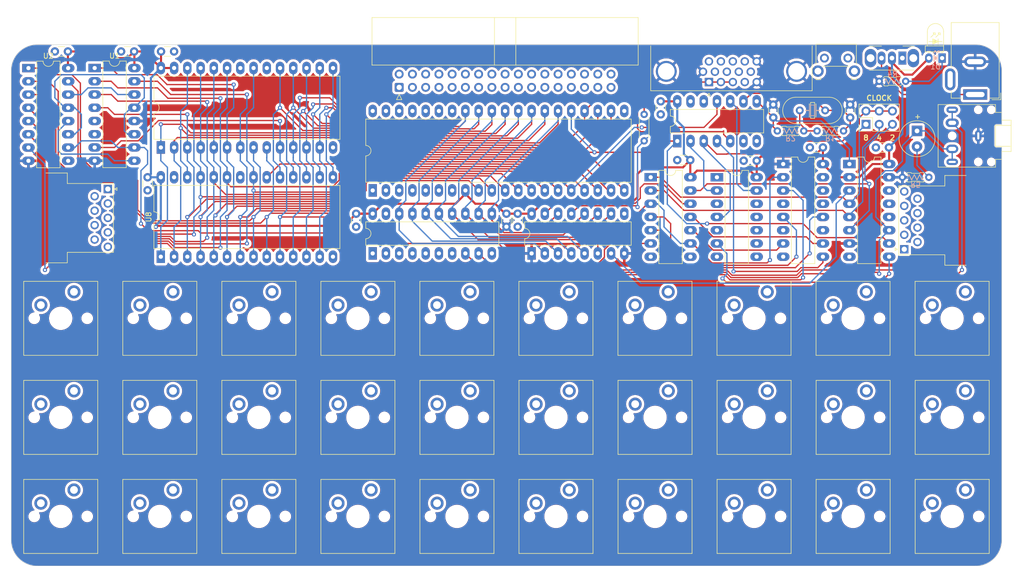
<source format=kicad_pcb>
(kicad_pcb (version 20240108) (generator "pcbnew") (generator_version "8.0")
  (layers (0 "F.Cu" signal) (31 "B.Cu" signal) (34 "B.Paste" user) (35 "F.Paste" user) (36 "B.SilkS" user "B.Silkscreen") (37 "F.SilkS" user "F.Silkscreen") (38 "B.Mask" user) (39 "F.Mask" user) (44 "Edge.Cuts" user))
  (net 0 "")
  (net 1 "/A4")
  (net 2 "/A5")
  (net 3 "/A6")
  (net 4 "/A7")
  (net 5 "/H32")
  (net 6 "Net-(J2-Pad1)")
  (net 7 "/A0")
  (net 8 "GND")
  (net 9 "Net-(U11-Qh)")
  (net 10 "/~{MRC}")
  (net 11 "/M2")
  (net 12 "ø2")
  (net 13 "/A3")
  (net 14 "Net-(U1-~{RCO})")
  (net 15 "/A2")
  (net 16 "/A8")
  (net 17 "/A9")
  (net 18 "/A10")
  (net 19 "/A11")
  (net 20 "/A12")
  (net 21 "/V512")
  (net 22 "/A1")
  (net 23 "/A15")
  (net 25 "/ø1")
  (net 26 "/A14")
  (net 27 "Net-(U3-Pad6)")
  (net 28 "Net-(U5A-CK)")
  (net 29 "Net-(U3-Pad10)")
  (net 31 "Net-(U10-G1)")
  (net 32 "Net-(C1-Pad1)")
  (net 33 "/V4'")
  (net 35 "/V2'")
  (net 36 "/V512'")
  (net 37 "/~{HSYNC}")
  (net 38 "Net-(U4-D5)")
  (net 39 "/V8'")
  (net 40 "/V1'")
  (net 44 "/M16")
  (net 45 "/M8")
  (net 46 "/M4")
  (net 48 "/~{WR}")
  (net 50 "/~{VSYNC}")
  (net 52 "/~{UPPER}")
  (net 53 "/r{slash}~{w}")
  (net 54 "Net-(U6-Pad12)")
  (net 56 "/V1")
  (net 57 "/~{sload}")
  (net 59 "/RAMDIS")
  (net 60 "/A13")
  (net 63 "/ROMDIS")
  (net 64 "VCC")
  (net 88 "/D7")
  (net 89 "/D1")
  (net 90 "/D4")
  (net 91 "/D6")
  (net 92 "/D5")
  (net 93 "/D0")
  (net 94 "/D3")
  (net 95 "/D2")
  (net 96 "/H32'")
  (net 223 "Net-(R1-Pad2)")
  (net 226 "Net-(D1-Pad1)")
  (net 227 "Net-(SW32-C)")
  (net 228 "Net-(BZ1--)")
  (net 229 "/BEEP")
  (net 230 "/AUDIN")
  (footprint "Capacitor_THT:C_Disc_D3.0mm_W1.6mm_P2.50mm" (layer "F.Cu") (at 73.66 70.445 90)
    (property "Reference" "C7" (hide yes))
    (property "Value" "C_Small")
  )
  (footprint "Package_DIP:DIP-14_W7.62mm_LongPads" (layer "F.Cu") (at 182.865 67.945)
    (property "Reference" "U6" (hide yes))
    (property "Value" "74LS32")
  )
  (footprint "Capacitor_THT:C_Disc_D3.0mm_W1.6mm_P2.50mm" (layer "F.Cu") (at 193.675 56.495 90)
    (property "Reference" "C2" (hide yes))
    (property "Value" "C_Small")
  )
  (footprint "Connector_Dsub:DSUB-9_Male_Horizontal_P2.77x2.54mm_EdgePinOffset9.40mm" (layer "F.Cu") (at 66.04 70.2 -90)
    (property "Reference" "J8" (hide yes))
    (property "Value" "DE9_Plug")
  )
  (footprint "PCM_Switch_Keyboard_Cherry_MX:SW_Cherry_MX_PCB_1.00u" (layer "F.Cu") (at 76 133)
    (property "Reference" "SW22" (hide yes))
    (property "Value" "SW_Push_45deg")
  )
  (footprint "PCM_Switch_Keyboard_Cherry_MX:SW_Cherry_MX_PCB_1.00u" (layer "F.Cu") (at 152 133)
    (property "Reference" "SW26" (hide yes))
    (property "Value" "SW_Push_45deg")
  )
  (footprint "PCM_Switch_Keyboard_Cherry_MX:SW_Cherry_MX_PCB_1.00u" (layer "F.Cu") (at 171 114)
    (property "Reference" "SW17" (hide yes))
    (property "Value" "SW_Push_45deg")
  )
  (footprint "Button_Switch_THT:SW_Slide_SPDT_Angled_CK_OS102011MA1Q" (layer "F.Cu") (at 218.44 45.085 180)
    (property "Reference" "SW32" (hide yes))
    (property "Value" "SW_SPDT")
  )
  (footprint "Package_DIP:DIP-16_W7.62mm_LongPads" (layer "F.Cu") (at 208.28 65.405)
    (property "Reference" "U5" (hide yes))
    (property "Value" "4520")
  )
  (footprint "PCM_Switch_Keyboard_Cherry_MX:SW_Cherry_MX_PCB_1.00u" (layer "F.Cu") (at 57 95)
    (property "Reference" "SW1" (hide yes))
    (property "Value" "SW_Push_45deg")
  )
  (footprint "PCM_Switch_Keyboard_Cherry_MX:SW_Cherry_MX_PCB_1.00u" (layer "F.Cu") (at 209 114)
    (property "Reference" "SW19" (hide yes))
    (property "Value" "SW_Push_45deg")
  )
  (footprint "Connector_PinHeader_2.54mm:PinHeader_2x03_P2.54mm_Vertical" (layer "F.Cu") (at 211.455 57.785 90)
    (property "Reference" "J1" (hide yes))
    (property "Value" "Conn_02x03_Odd_Even")
  )
  (footprint "Package_DIP:DIP-28_W15.24mm_LongPads" (layer "F.Cu") (at 76.2 83.185 90)
    (property "Reference" "U8")
    (property "Value" "CY62256-70PC")
  )
  (footprint "PCM_Switch_Keyboard_Cherry_MX:SW_Cherry_MX_PCB_1.00u" (layer "F.Cu") (at 227.981561 95)
    (property "Reference" "SW10" (hide yes))
    (property "Value" "SW_Push_45deg")
  )
  (footprint "Package_DIP:DIP-14_W7.62mm_LongPads" (layer "F.Cu") (at 175.26 61 90)
    (property "Reference" "U3" (hide yes))
    (property "Value" "74LS14")
  )
  (footprint "Capacitor_THT:C_Disc_D3.0mm_W1.6mm_P2.50mm" (layer "F.Cu") (at 68.58 43.815)
    (property "Reference" "C5" (hide yes))
    (property "Value" "C_Small")
  )
  (footprint "PCM_Switch_Keyboard_Cherry_MX:SW_Cherry_MX_PCB_1.00u" (layer "F.Cu") (at 95 95)
    (property "Reference" "SW3" (hide yes))
    (property "Value" "SW_Push_45deg")
  )
  (footprint "Capacitor_THT:C_Disc_D3.0mm_W1.6mm_P2.50mm" (layer "F.Cu") (at 172.085 55.88 90)
    (property "Reference" "C11" (hide yes))
    (property "Value" "C_Small")
  )
  (footprint "PCM_Resistor_THT_US_AKL_Double:R_Axial_DIN0204_L3.6mm_D1.6mm_P5.08mm_Horizontal" (layer "F.Cu") (at 199.534 59.055 180)
    (property "Reference" "R2" (hide yes))
    (property "Value" "R" (hide yes))
  )
  (footprint "Capacitor_THT:C_Disc_D3.0mm_W1.6mm_P2.50mm" (layer "F.Cu") (at 213.36 62.23)
    (property "Reference" "C15" (hide yes))
    (property "Value" "C_Small")
  )
  (footprint "PCM_Switch_Keyboard_Cherry_MX:SW_Cherry_MX_PCB_1.00u" (layer "F.Cu") (at 151.981561 95)
    (property "Reference" "SW6" (hide yes))
    (property "Value" "SW_Push_45deg")
  )
  (footprint "Connector_BarrelJack:BarrelJack_GCT_DCJ200-10-A_Horizontal" (layer "F.Cu") (at 232.41 52.07 180)
    (property "Reference" "J6" (hide yes))
    (property "Value" "Barrel_Jack_MountingPin")
  )
  (footprint "Package_DIP:DIP-40_W15.24mm_LongPads" (layer "F.Cu") (at 116.84 70.465 90)
    (property "Reference" "U12" (hide yes))
    (property "Value" "~")
  )
  (footprint "PCM_Switch_Keyboard_Cherry_MX:SW_Cherry_MX_PCB_1.00u" (layer "F.Cu") (at 76 95)
    (property "Reference" "SW2" (hide yes))
    (property "Value" "SW_Push_45deg")
  )
  (footprint "Connector_Dsub:DSUB-9_Male_Horizontal_P2.77x2.54mm_EdgePinOffset9.40mm" (layer "F.Cu") (at 218.799669 81.75 90)
    (property "Reference" "J7" (hide yes))
    (property "Value" "DE9_Plug")
  )
  (footprint "Capacitor_THT:C_Disc_D3.0mm_W1.6mm_P2.50mm" (layer "F.Cu") (at 78.74 43.815 180)
    (property "Reference" "C6" (hide yes))
    (property "Value" "C_Small")
  )
  (footprint "PCM_Switch_Keyboard_Cherry_MX:SW_Cherry_MX_PCB_1.00u" (layer "F.Cu") (at 189.981561 95)
    (property "Reference" "SW8" (hide yes))
    (property "Value" "SW_Push_45deg")
  )
  (footprint "PCM_Switch_Keyboard_Cherry_MX:SW_Cherry_MX_PCB_1.00u" (layer "F.Cu") (at 114 133)
    (property "Reference" "SW24" (hide yes))
    (property "Value" "SW_Push_45deg")
  )
  (footprint "Package_DIP:DIP-20_W7.62mm_LongPads" (layer "F.Cu") (at 116.84 82.55 90)
    (property "Reference" "U10" (hide yes))
    (property "Value" "74LS541")
  )
  (footprint "Button_Switch_THT:SW_Tactile_SKHH_Angled" (layer "F.Cu") (at 203.49 45.085)
    (property "Reference" "SW31" (hide yes))
    (property "Value" "SW_Push")
  )
  (footprint "Connector_Dsub:DSUB-15-HD_Female_Horizontal_P2.29x1.98mm_EdgePinOffset3.03mm_Housed_MountingHolesOffset4.94mm" (layer "F.Cu") (at 181.34 49.68 180)
    (property "Reference" "J2" (hide yes))
    (property "Value" "VGA")
  )
  (footprint "Resistor_THT:R_Axial_DIN0204_L3.6mm_D1.6mm_P5.08mm_Horizontal" (layer "F.Cu") (at 168.91 60.96 90)
    (property "Reference" "R3" (hide yes))
    (property "Value" "150Ω")
  )
  (footprint "Package_DIP:DIP-16_W7.62mm_LongPads" (layer "F.Cu") (at 195.58 65.405)
    (property "Reference" "U4" (hide yes))
    (property "Value" "74LS174")
  )
  (footprint "PCM_Switch_Keyboard_Cherry_MX:SW_Cherry_MX_PCB_1.00u" (layer "F.Cu") (at 209 133)
    (property "Reference" "SW29" (hide yes))
    (property "Value" "SW_Push_45deg")
  )
  (footprint "PCM_Crystal_AKL_Double:Crystal_HC49-4H_Vertical" (layer "F.Cu") (at 203.635 55.118 180)
    (property "Reference" "Y1" (hide yes))
    (property "Value" "Crystal" (hide yes))
  )
  (footprint "PCM_Resistor_THT_US_AKL_Double:R_Axial_DIN0204_L3.6mm_D1.6mm_P5.08mm_Horizontal" (layer "F.Cu") (at 223.52 67.945 180)
    (property "Reference" "R5" (hide yes))
    (property "Value" "R" (hide yes))
  )
  (footprint "Capacitor_THT:C_Disc_D3.0mm_W1.6mm_P2.50mm" (layer "F.Cu") (at 113.665 77.43 90)
    (property "Reference" "C8" (hide yes))
    (property "Value" "C_Small")
  )
  (footprint "Capacitor_THT:C_Disc_D3.0mm_W1.6mm_P2.50mm" (layer "F.Cu") (at 144.653 77.43 90)
    (property "Reference" "C10" (hide yes))
    (property "Value" "C_Small")
  )
  (footprint "PCM_Switch_Keyboard_Cherry_MX:SW_Cherry_MX_PCB_1.00u" (layer "F.Cu") (at 132.981561 95)
    (property "Reference" "SW5" (hide yes))
    (property "Value" "SW_Push_45deg")
  )
  (footprint "PCM_Switch_Keyboard_Cherry_MX:SW_Cherry_MX_PCB_1.00u" (layer "F.Cu") (at 190 114)
    (property "Reference" "SW18" (hide yes))
    (property "Value" "SW_Push_45deg")
  )
  (footprint "PCM_Switch_Keyboard_Cherry_MX:SW_Cherry_MX_PCB_1.00u" (layer "F.Cu") (at 228 114)
    (property "Reference" "SW20" (hide yes))
    (property "Value" "SW_Push_45deg")
  )
  (footprint "Buzzer_Beeper:MagneticBuzzer_Kobitone_254-EMB73-RO" (layer "F.Cu") (at 221.25 59.055 -90)
    (property "Reference" "BZ1" (hide yes))
    (property "Value" "Buzzer")
  )
  (footprint "Package_DIP:DIP-28_W15.24mm_LongPads" (layer "F.Cu") (at 76.21 62.23 90)
    (property "Reference" "U9" (hide yes))
    (property "Value" "28C256")
  )
  (footprint "Capacitor_THT:C_Disc_D3.0mm_W1.6mm_P2.50mm" (layer "F.Cu") (at 175.26 64.643)
    (property "Reference" "C12" (hide yes))
    (property "Value" "C_Small")
  )
  (footprint "Connector_Audio:Jack_3.5mm_CUI_SJ1-3525N_Horizontal" (layer "F.Cu") (at 233 60 90)
    (property "Reference" "J4" (hide yes))
    (property "Value" "AudioJack3_SwitchTR")
    (fp_line (start 1.8 3.1) (end -1.8 3.1) (stroke (width 0.12)) (layer "Edge.Cuts"))
    (fp_line (start 2.2 3.5) (end 2.2 4.5) (stroke (width 0.12)) (layer "Edge.Cuts"))
    (fp_line (start -2.2 3.5) (end -2.2 4.5) (stroke (width 0.12)) (layer "Edge.Cuts"))
    (fp_line (start 2.2 4.5) (end 6.5 4.5) (stroke (width 0.12)) (layer "Edge.Cuts"))
    (fp_line (start -2.2 4.5) (end -6.5 4.5) (stroke (width 0.12)) (layer "Edge.Cuts"))
    (fp_arc (start 1.8 3.1) (mid 2.082843 3.217157) (end 2.2 3.5) (stroke (width 0.12)) (layer "Edge.Cuts"))
    (fp_arc (start -2.2 3.5) (mid -2.082842 3.217158) (end -1.8 3.1) (stroke (width 0.12)) (layer "Edge.Cuts"))
  )
  (footprint "PCM_Switch_Keyboard_Cherry_MX:SW_Cherry_MX_PCB_1.00u" (layer "F.Cu") (at 76 114)
    (property "Reference" "SW12" (hide yes))
    (property "Value" "SW_Push_45deg")
  )
  (footprint "Capacitor_THT:C_Disc_D3.0mm_W1.6mm_P2.50mm" (layer "F.Cu") (at 200.7 62.23)
    (property "Reference" "C14" (hide yes))
    (property "Value" "C_Small")
  )
  (footprint "PCM_Switch_Keyboard_Cherry_MX:SW_Cherry_MX_PCB_1.00u" (layer "F.Cu") (at 57 133)
    (property "Reference" "SW21" (hide yes))
    (property "Value" "SW_Push_45deg")
  )
  (footprint "PCM_Switch_Keyboard_Cherry_MX:SW_Cherry_MX_PCB_1.00u" (layer "F.Cu") (at 170.981561 95)
    (property "Reference" "SW7" (hide yes))
    (property "Value" "SW_Push_45deg")
  )
  (footprint "PCM_Switch_Keyboard_Cherry_MX:SW_Cherry_MX_PCB_1.00u" (layer "F.Cu") (at 152 114)
    (property "Reference" "SW16" (hide yes))
    (property "Value" "SW_Push_45deg")
  )
  (footprint "Package_DIP:DIP-16_W7.62mm_LongPads" (layer "F.Cu") (at 147.32 82.55 90)
    (property "Reference" "U11" (hide yes))
    (property "Value" "74LS166")
  )
  (footprint "Capacitor_THT:C_Disc_D3.0mm_W1.6mm_P2.50mm" (layer "F.Cu") (at 208.424 56.495 90)
    (property "Reference" "C1" (hide yes))
    (property "Value" "C_Small")
  )
  (footprint "PCM_Switch_Keyboard_Cherry_MX:SW_Cherry_MX_PCB_1.00u" (layer "F.Cu") (at 133 114)
    (property "Reference" "SW15" (hide yes))
    (property "Value" "SW_Push_45deg")
  )
  (footprint "PCM_Switch_Keyboard_Cherry_MX:SW_Cherry_MX_PCB_1.00u" (layer "F.Cu") (at 133 133)
    (property "Reference" "SW25" (hide yes))
    (property "Value" "SW_Push_45deg")
  )
  (footprint "PCM_Switch_Keyboard_Cherry_MX:SW_Cherry_MX_PCB_1.00u" (layer "F.Cu") (at 208.981561 95)
    (property "Reference" "SW9" (hide yes))
    (property "Value" "SW_Push_45deg")
  )
  (footprint "PCM_Switch_Keyboard_Cherry_MX:SW_Cherry_MX_PCB_1.00u" (layer "F.Cu") (at 114 95)
    (property "Reference" "SW4" (hide yes))
    (property "Value" "SW_Push_45deg")
  )
  (footprint "PCM_Resistor_THT_US_AKL_Double:R_Axial_DIN0204_L3.6mm_D1.6mm_P5.08mm_Horizontal" (layer "F.Cu") (at 207.154 59.055 180)
    (property "Reference" "R1" (hide yes))
    (property "Value" "R" (hide yes))
  )
  (footprint "Package_DIP:DIP-16_W7.62mm_LongPads" (layer "F.Cu") (at 63.51 46.99)
    (property "Reference" "U1")
    (property "Value" "74HC590A")
  )
  (footprint "PCM_Switch_Keyboard_Cherry_MX:SW_Cherry_MX_PCB_1.00u" (layer "F.Cu") (at 95 114)
    (property "Reference" "SW13" (hide yes))
    (property "Value" "SW_Push_45deg")
  )
  (footprint "Package_DIP:DIP-16_W7.62mm_LongPads" (layer "F.Cu") (at 50.81 47.005)
    (property "Reference" "U2")
    (property "Value" "74HC590A")
  )
  (footprint "Capacitor_THT:C_Disc_D3.0mm_W1.6mm_P2.50mm" (layer "F.Cu") (at 142.494 74.93 -90)
    (property "Reference" "C9" (hide yes))
    (property "Value" "C_Small")
  )
  (footprint "Package_DIP:DIP-14_W7.62mm_LongPads" (layer "F.Cu") (at 170.165 67.94)
    (property "Reference" "U7" (hide yes))
    (property "Value" "74LS10")
  )
  (footprint "Capacitor_THT:C_Disc_D3.0mm_W1.6mm_P2.50mm" (layer "F.Cu") (at 188 64.77)
    (property "Reference" "C13" (hide yes))
    (property "Value" "C_Small")
  )
  (footprint "PCM_Switch_Keyboard_Cherry_MX:SW_Cherry_MX_PCB_1.00u" (layer "F.Cu") (at 171 133)
    (property "Reference" "SW27" (hide yes))
    (property "Value" "SW_Push_45deg")
  )
  (footprint "PCM_Switch_Keyboard_Cherry_MX:SW_Cherry_MX_PCB_1.00u" (layer "F.Cu") (at 228 133)
    (property "Reference" "SW30" (hide yes))
    (property "Value" "SW_Push_45deg")
  )
  (footprint "PCM_LED_THT_AKL_Double:LED_D3.0mm_Horizontal_O1.27mm_Z2.0mm_IRGrey" (layer "F.Cu") (at 226.06 45.085 180)
    (property "Reference" "D1" (hide yes))
    (property "Value" "LED" (hide yes))
  )
  (footprint "PCM_Switch_Keyboard_Cherry_MX:SW_Cherry_MX_PCB_1.00u" (layer "F.Cu") (at 95 133)
    (property "Reference" "SW23" (hide yes))
    (property "Value" "SW_Push_45deg")
  )
  (footprint "Connector_IDC:IDC-Header_2x17_P2.54mm_Horizontal" (layer "F.Cu") (at 121.92 50.6975 90)
    (property "Reference" "J5" (hide yes))
    (property "Value" "Conn_02x17_Odd_Even")
  )
  (footprint "Capacitor_THT:C_Disc_D3.0mm_W1.6mm_P2.50mm" (layer "F.Cu") (at 55.88 43.815)
    (property "Reference" "C4" (hide yes))
    (property "Value" "C_Small")
  )
  (footprint "PCM_Switch_Keyboard_Cherry_MX:SW_Cherry_MX_PCB_1.00u" (layer "F.Cu") (at 190 133)
    (property "Reference" "SW28" (hide yes))
    (property "Value" "SW_Push_45deg")
  )
  (footprint "PCM_Switch_Keyboard_Cherry_MX:SW_Cherry_MX_PCB_1.00u" (layer "F.Cu") (at 114 114)
    (property "Reference" "SW14" (hide yes))
    (property "Value" "SW_Push_45deg")
  )
  (footprint "PCM_Resistor_THT_US_AKL_Double:R_Axial_DIN0204_L3.6mm_D1.6mm_P5.08mm_Horizontal" (layer "F.Cu") (at 213.995 49.53)
    (property "Reference" "R4" (hide yes))
    (property "Value" "R" (hide yes))
  )
  (footprint "PCM_Switch_Keyboard_Cherry_MX:SW_Cherry_MX_PCB_1.00u" (layer "F.Cu") (at 57 114)
    (property "Reference" "SW11" (hide yes))
    (property "Value" "SW_Push_45deg")
  )
  (gr_arc (start 232.5 42.5) (mid 236.035534 43.964466) (end 237.5 47.5) (stroke (width 0.1)) (layer "Edge.Cuts"))
  (gr_line (start 47.5 137.5) (end 47.5 47.5) (stroke (width 0.1)) (layer "Edge.Cuts"))
  (gr_line (start 237.5 66.5) (end 237.5 137.5) (stroke (width 0.1)) (layer "Edge.Cuts"))
  (gr_line (start 237.5 47.5) (end 237.5 53.5) (stroke (width 0.1)) (layer "Edge.Cuts"))
  (gr_arc (start 47.5 47.5) (mid 48.964466 43.964466) (end 52.5 42.5) (stroke (width 0.1)) (layer "Edge.Cuts"))
  (gr_line (start 52.5 42.5) (end 232.5 42.5) (stroke (width 0.1)) (layer "Edge.Cuts"))
  (gr_arc (start 52.5 142.5) (mid 48.964466 141.035534) (end 47.5 137.5) (stroke (width 0.1)) (layer "Edge.Cuts"))
  (gr_arc (start 237.5 137.5) (mid 236.035534 141.035534) (end 232.5 142.5) (stroke (width 0.1)) (layer "Edge.Cuts"))
  (gr_line (start 232.5 142.5) (end 52.5 142.5) (stroke (width 0.1)) (layer "Edge.Cuts"))
  (gr_text "CLOCK\n" (at 213.995 53.34 0) (layer "F.SilkS") (effects (font (size 1 1) (thickness 0.2) (bold yes)) (justify bottom)))
  (gr_text "4" (at 213.995 60.96 0) (layer "F.SilkS") (effects (font (size 1 1) (thickness 0.2) (bold yes)) (justify bottom)))
  (gr_text "2" (at 216.535 60.96 0) (layer "F.SilkS") (effects (font (size 1 1) (thickness 0.2) (bold yes)) (justify bottom)))
  (gr_text "8" (at 211.455 60.96 0) (layer "F.SilkS") (effects (font (size 1 1) (thickness 0.2) (bold yes)) (justify bottom)))
  (segment (start 77.39401 50.165) (end 75.48901 48.26) (width 0.25) (layer "F.Cu") (net 1))
  (segment (start 75.48901 48.26) (end 67.945 48.26) (width 0.25) (layer "F.Cu") (net 1))
  (segment (start 90.81 73.49) (end 110.020812 73.49) (width 0.25) (layer "F.Cu") (net 1))
  (segment (start 115.329416 66.78) (end 143.635 66.78) (width 0.25) (layer "F.Cu") (net 1))
  (segment (start 113.77 69.740812) (end 113.77 68.339416) (width 0.25) (layer "F.Cu") (net 1))
  (segment (start 88.9 75.4) (end 90.81 73.49) (width 0.25) (layer "F.Cu") (net 1))
  (segment (start 143.635 66.78) (end 147.32 70.465) (width 0.25) (layer "F.Cu") (net 1))
  (segment (start 110.020812 73.49) (end 113.77 69.740812) (width 0.25) (layer "F.Cu") (net 1))
  (segment (start 88.9 75.565) (end 88.9 75.4) (width 0.25) (layer "F.Cu") (net 1))
  (segment (start 67.945 48.26) (end 66.675 46.99) (width 0.25) (layer "F.Cu") (net 1))
  (segment (start 66.675 46.99) (end 63.51 46.99) (width 0.25) (layer "F.Cu") (net 1))
  (segment (start 113.77 68.339416) (end 115.329416 66.78) (width 0.25) (layer "F.Cu") (net 1))
  (segment (start 90.17 50.165) (end 77.39401 50.165) (width 0.25) (layer "F.Cu") (net 1))
  (via (at 90.17 50.165) (size 0.8) (drill 0.4) (layers "F.Cu" "B.Cu") (net 1))
  (via (at 88.9 75.565) (size 0.8) (drill 0.4) (layers "F.Cu" "B.Cu") (net 1))
  (segment (start 88.9 55.88) (end 88.91 55.89) (width 0.25) (layer "B.Cu") (net 1))
  (segment (start 88.9 64.77) (end 90.17 66.04) (width 0.25) (layer "B.Cu") (net 1))
  (segment (start 88.91 62.23) (end 88.91 64.76) (width 0.25) (layer "B.Cu") (net 1))
  (segment (start 90.17 54.61) (end 88.9 55.88) (width 0.25) (layer "B.Cu") (net 1))
  (segment (start 90.17 50.165) (end 90.17 54.61) (width 0.25) (layer "B.Cu") (net 1))
  (segment (start 88.91 55.89) (end 88.91 62.23) (width 0.25) (layer "B.Cu") (net 1))
  (segment (start 90.17 74.295) (end 88.9 75.565) (width 0.25) (layer "B.Cu") (net 1))
  (segment (start 88.91 64.76) (end 88.9 64.77) (width 0.25) (layer "B.Cu") (net 1))
  (segment (start 90.17 66.04) (end 90.17 74.295) (width 0.25) (layer "B.Cu") (net 1))
  (segment (start 88.9 75.565) (end 88.9 83.185) (width 0.25) (layer "B.Cu") (net 1))
  (segment (start 115.14302 66.33) (end 145.725 66.33) (width 0.25) (layer "F.Cu") (net 2))
  (segment (start 75.565 50.8) (end 77.56 52.795) (width 0.25) (layer "F.Cu") (net 2))
  (segment (start 86.6775 75.2475) (end 86.6775 75.0825) (width 0.25) (layer "F.Cu") (net 2))
  (segment (start 113.32 69.554416) (end 113.32 68.15302) (width 0.25) (layer "F.Cu") (net 2))
  (segment (start 67.945 50.8) (end 75.565 50.8) (width 0.25) (layer "F.Cu") (net 2))
  (segment (start 88.72 73.04) (end 109.834416 73.04) (width 0.25) (layer "F.Cu") (net 2))
  (segment (start 113.32 68.15302) (end 115.14302 66.33) (width 0.25) (layer "F.Cu") (net 2))
  (segment (start 145.725 66.33) (end 149.86 70.465) (width 0.25) (layer "F.Cu") (net 2))
  (segment (start 109.834416 73.04) (end 113.32 69.554416) (width 0.25) (layer "F.Cu") (net 2))
  (segment (start 63.51 49.53) (end 66.675 49.53) (width 0.25) (layer "F.Cu") (net 2))
  (segment (start 77.56 52.795) (end 87.63 52.795) (width 0.25) (layer "F.Cu") (net 2))
  (segment (start 86.6775 75.0825) (end 88.72 73.04) (width 0.25) (layer "F.Cu") (net 2))
  (segment (start 66.675 49.53) (end 67.945 50.8) (width 0.25) (layer "F.Cu") (net 2))
  (via (at 86.6775 75.2475) (size 0.8) (drill 0.4) (layers "F.Cu" "B.Cu") (net 2))
  (via (at 87.63 52.795) (size 0.8) (drill 0.4) (layers "F.Cu" "B.Cu") (net 2))
  (segment (start 86.36 64.77) (end 86.37 64.76) (width 0.25) (layer "B.Cu") (net 2))
  (segment (start 86.37 64.76) (end 86.37 62.23) (width 0.25) (layer "B.Cu") (net 2))
  (segment (start 87.63 54.61) (end 86.36 55.88) (width 0.25) (layer "B.Cu") (net 2))
  (segment (start 87.63 52.795) (end 87.63 54.61) (width 0.25) (layer "B.Cu") (net 2))
  (segment (start 87.63 66.04) (end 86.36 64.77) (width 0.25) (layer "B.Cu") (net 2))
  (segment (start 86.36 75.565) (end 87.63 74.295) (width 0.25) (layer "B.Cu") (net 2))
  (segment (start 86.37 55.89) (end 86.37 62.23) (width 0.25) (layer "B.Cu") (net 2))
  (segment (start 87.63 74.295) (end 87.63 66.04) (width 0.25) (layer "B.Cu") (net 2))
  (segment (start 86.36 55.88) (end 86.37 55.89) (width 0.25) (layer "B.Cu") (net 2))
  (segment (start 86.36 83.185) (end 86.36 75.565) (width 0.25) (layer "B.Cu") (net 2))
  (segment (start 67.945 53.34) (end 83.185 53.34) (width 0.25) (layer "F.Cu") (net 3))
  (segment (start 66.675 52.07) (end 67.945 53.34) (width 0.25) (layer "F.Cu") (net 3))
  (segment (start 112.87 67.966624) (end 114.956624 65.88) (width 0.25) (layer "F.Cu") (net 3))
  (segment (start 83.82 75.565) (end 83.82 75.4) (width 0.25) (layer "F.Cu") (net 3))
  (segment (start 112.87 69.36802) (end 112.87 67.966624) (width 0.25) (layer "F.Cu") (net 3))
  (segment (start 114.956624 65.88) (end 147.815 65.88) (width 0.25) (layer "F.Cu") (net 3))
  (segment (start 83.82 75.4) (end 86.63 72.59) (width 0.25) (layer "F.Cu") (net 3))
  (segment (start 63.51 52.07) (end 66.675 52.07) (width 0.25) (layer "F.Cu") (net 3))
  (segment (start 83.185 53.34) (end 84.91 53.34) (width 0.25) (layer "F.Cu") (net 3))
  (segment (start 86.63 72.59) (end 109.64802 72.59) (width 0.25) (layer "F.Cu") (net 3))
  (segment (start 84.91 53.34) (end 85.09 53.52) (width 0.25) (layer "F.Cu") (net 3))
  (segment (start 147.815 65.88) (end 152.4 70.465) (width 0.25) (layer "F.Cu") (net 3))
  (segment (start 109.64802 72.59) (end 112.87 69.36802) (width 0.25) (layer "F.Cu") (net 3))
  (via (at 83.82 75.565) (size 0.8) (drill 0.4) (layers "F.Cu" "B.Cu") (net 3))
  (via (at 85.09 53.52) (size 0.8) (drill 0.4) (layers "F.Cu" "B.Cu") (net 3))
  (segment (start 83.83 64.78) (end 85.09 66.04) (width 0.25) (layer "B.Cu") (net 3))
  (segment (start 83.82 75.565) (end 83.82 83.185) (width 0.25) (layer "B.Cu") (net 3))
  (segment (start 83.83 62.23) (end 83.83 64.78) (width 0.25) (layer "B.Cu") (net 3))
  (segment (start 85.09 54.61) (end 83.82 55.88) (width 0.25) (layer "B.Cu") (net 3))
  (segment (start 85.09 66.04) (end 85.09 74.295) (width 0.25) (layer "B.Cu") (net 3))
  (segment (start 85.09 53.52) (end 85.09 54.61) (width 0.25) (layer "B.Cu") (net 3))
  (segment (start 85.09 74.295) (end 83.82 75.565) (width 0.25) (layer "B.Cu") (net 3))
  (segment (start 83.82 55.88) (end 83.83 55.89) (width 0.25) (layer "B.Cu") (net 3))
  (segment (start 83.83 55.89) (end 83.83 62.23) (width 0.25) (layer "B.Cu") (net 3))
  (segment (start 112.42 67.780228) (end 114.795228 65.405) (width 0.25) (layer "F.Cu") (net 4))
  (segment (start 109.461624 72.14) (end 112.42 69.181624) (width 0.25) (layer "F.Cu") (net 4))
  (segment (start 149.905 65.43) (end 154.94 70.465) (width 0.25) (layer "F.Cu") (net 4))
  (segment (start 140.945 65.405) (end 140.97 65.43) (width 0.25) (layer "F.Cu") (net 4))
  (segment (start 112.42 69.181624) (end 112.42 67.780228) (width 0.25) (layer "F.Cu") (net 4))
  (segment (start 67.31 55.88) (end 81.28 55.88) (width 0.25) (layer "F.Cu") (net 4))
  (segment (start 180.377369 58.382631) (end 182.88 55.88) (width 0.25) (layer "F.Cu") (net 4))
  (segment (start 66.04 54.61) (end 67.31 55.88) (width 0.25) (layer "F.Cu") (net 4))
  (segment (start 81.28 75.565) (end 81.515 75.565) (width 0.25) (layer "F.Cu") (net 4))
  (segment (start 63.51 54.61) (end 66.04 54.61) (width 0.25) (layer "F.Cu") (net 4))
  (segment (start 81.515 75.565) (end 84.94 72.14) (width 0.25) (layer "F.Cu") (net 4))
  (segment (start 168.448368 58.382631) (end 180.377369 58.382631) (width 0.25) (layer "F.Cu") (net 4))
  (segment (start 114.795228 65.405) (end 140.945 65.405) (width 0.25) (layer "F.Cu") (net 4))
  (segment (start 182.88 55.88) (end 182.88 53.38) (width 0.25) (layer "F.Cu") (net 4))
  (segment (start 140.97 65.43) (end 149.905 65.43) (width 0.25) (layer "F.Cu") (net 4))
  (segment (start 84.94 72.14) (end 109.461624 72.14) (width 0.25) (layer "F.Cu") (net 4))
  (via (at 81.28 55.88) (size 0.8) (drill 0.4) (layers "F.Cu" "B.Cu") (net 4))
  (via (at 168.448368 58.382631) (size 0.8) (drill 0.4) (layers "F.Cu" "B.Cu") (net 4))
  (via (at 81.28 75.565) (size 0.8) (drill 0.4) (layers "F.Cu" "B.Cu") (net 4))
  (segment (start 167.022369 58.382631) (end 168.448368 58.382631) (width 0.25) (layer "B.Cu") (net 4))
  (segment (start 81.29 56.525) (end 81.29 62.23) (width 0.25) (layer "B.Cu") (net 4))
  (segment (start 81.29 64.78) (end 81.29 62.23) (width 0.25) (layer "B.Cu") (net 4))
  (segment (start 81.28 55.88) (end 81.28 56.515) (width 0.25) (layer "B.Cu") (net 4))
  (segment (start 82.55 66.04) (end 81.29 64.78) (width 0.25) (layer "B.Cu") (net 4))
  (segment (start 81.28 83.185) (end 81.28 75.565) (width 0.25) (layer "B.Cu") (net 4))
  (segment (start 154.94 70.465) (end 167.022369 58.382631) (width 0.25) (layer "B.Cu") (net 4))
  (segment (start 81.28 75.565) (end 82.55 74.295) (width 0.25) (layer "B.Cu") (net 4))
  (segment (start 82.55 74.295) (end 82.55 66.04) (width 0.25) (layer "B.Cu") (net 4))
  (segment (start 81.28 56.515) (end 81.29 56.525) (width 0.25) (layer "B.Cu") (net 4))
  (segment (start 185.92 49.68) (end 181.34 49.68) (width 0.25) (layer "F.Cu") (net 6))
  (segment (start 171.45 51.435) (end 168.91 53.975) (width 0.25) (layer "F.Cu") (net 6))
  (segment (start 168.91 53.975) (end 168.91 55.88) (width 0.25) (layer "F.Cu") (net 6))
  (segment (start 181.34 49.68) (end 176.0625 49.68) (width 0.25) (layer "F.Cu") (net 6))
  (segment (start 176.0625 49.68) (end 174.3075 51.435) (width 0.25) (layer "F.Cu") (net 6))
  (segment (start 174.3075 51.435) (end 171.45 51.435) (width 0.25) (layer "F.Cu") (net 6))
  (segment (start 63.51 62.23) (end 67.31 62.23) (width 0.25) (layer "F.Cu") (net 7))
  (segment (start 135.275 68.58) (end 137.16 70.465) (width 0.25) (layer "F.Cu") (net 7))
  (segment (start 98.97 57.06) (end 99.06 57.15) (width 0.25) (layer "F.Cu") (net 7))
  (segment (start 116.075 68.58) (end 135.275 68.58) (width 0.25) (layer "F.Cu") (net 7))
  (segment (start 115.57 70.486396) (end 115.57 69.085) (width 0.25) (layer "F.Cu") (net 7))
  (segment (start 75.75099 57.06) (end 98.97 57.06) (width 0.25) (layer "F.Cu") (net 7))
  (segment (start 99.06 75.565) (end 110.491396 75.565) (width 0.25) (layer "F.Cu") (net 7))
  (segment (start 71.85099 60.96) (end 75.75099 57.06) (width 0.25) (layer "F.Cu") (net 7))
  (segment (start 110.491396 75.565) (end 115.57 70.486396) (width 0.25) (layer "F.Cu") (net 7))
  (segment (start 67.31 62.23) (end 68.58 60.96) (width 0.25) (layer "F.Cu") (net 7))
  (segment (start 68.58 60.96) (end 71.85099 60.96) (width 0.25) (layer "F.Cu") (net 7))
  (segment (start 115.57 69.085) (end 116.075 68.58) (width 0.25) (layer "F.Cu") (net 7))
  (via (at 99.06 75.565) (size 0.8) (drill 0.4) (layers "F.Cu" "B.Cu") (net 7))
  (via (at 99.06 57.15) (size 0.8) (drill 0.4) (layers "F.Cu" "B.Cu") (net 7))
  (segment (start 99.06 64.77) (end 100.33 66.04) (width 0.25) (layer "B.Cu") (net 7))
  (segment (start 99.07 62.23) (end 99.07 64.76) (width 0.25) (layer "B.Cu") (net 7))
  (segment (start 100.33 66.04) (end 100.33 74.295) (width 0.25) (layer "B.Cu") (net 7))
  (segment (start 99.07 57.16) (end 99.07 62.23) (width 0.25) (layer "B.Cu") (net 7))
  (segment (start 100.33 74.295) (end 99.06 75.565) (width 0.25) (layer "B.Cu") (net 7))
  (segment (start 99.06 57.15) (end 99.07 57.16) (width 0.25) (layer "B.Cu") (net 7))
  (segment (start 99.06 75.565) (end 99.06 83.185) (width 0.25) (layer "B.Cu") (net 7))
  (segment (start 99.07 64.76) (end 99.06 64.77) (width 0.25) (layer "B.Cu") (net 7))
  (segment (start 232.41 47.97) (end 236.9 52.46) (width 0.4) (layer "B.Cu") (net 8))
  (segment (start 236.9 56.1) (end 233 60) (width 0.4) (layer "B.Cu") (net 8))
  (segment (start 232.41 45.77) (end 232.41 47.97) (width 0.4) (layer "B.Cu") (net 8))
  (segment (start 236.9 52.46) (end 236.9 56.1) (width 0.4) (layer "B.Cu") (net 8))
  (segment (start 218.44 67.945) (end 215.9 67.945) (width 0.4) (layer "B.Cu") (net 8))
  (segment (start 156.465 73.405) (end 154.94 74.93) (width 0.25) (layer "F.Cu") (net 9))
  (segment (start 167.385 73.405) (end 156.465 73.405) (width 0.25) (layer "F.Cu") (net 9))
  (segment (start 167.64 73.66) (end 167.385 73.405) (width 0.25) (layer "F.Cu") (net 9))
  (via (at 167.64 73.66) (size 0.8) (drill 0.4) (layers "F.Cu" "B.Cu") (net 9))
  (segment (start 167.64 62.23) (end 167.64 73.66) (width 0.25) (layer "B.Cu") (net 9))
  (segment (start 169.545 60.325) (end 167.64 62.23) (width 0.25) (layer "B.Cu") (net 9))
  (segment (start 161.29 81.82901) (end 161.29 83.27099) (width 0.25) (layer "F.Cu") (net 10))
  (segment (start 161.29 83.27099) (end 160.10599 84.455) (width 0.25) (layer "F.Cu") (net 10))
  (segment (start 144.78 84.455) (end 140.97 80.645) (width 0.25) (layer "F.Cu") (net 10))
  (segment (start 82.249695 78.18) (end 82.239695 78.19) (width 0.25) (layer "F.Cu") (net 10))
  (segment (start 112.722462 80.645) (end 110.707462 78.63) (width 0.25) (layer "F.Cu") (net 10))
  (segment (start 110.707462 78.63) (end 83.82 78.63) (width 0.25) (layer "F.Cu") (net 10))
  (segment (start 140.97 80.645) (end 112.722462 80.645) (width 0.25) (layer "F.Cu") (net 10))
  (segment (start 82.239695 78.19) (end 73.745 78.19) (width 0.25) (layer "F.Cu") (net 10))
  (segment (start 160.10599 84.455) (end 144.78 84.455) (width 0.25) (layer "F.Cu") (net 10))
  (segment (start 73.745 78.19) (end 72.39 76.835) (width 0.25) (layer "F.Cu") (net 10))
  (segment (start 170.165 80.64) (end 162.47901 80.64) (width 0.25) (layer "F.Cu") (net 10))
  (segment (start 83.82 78.63) (end 83.37 78.18) (width 0.25) (layer "F.Cu") (net 10))
  (segment (start 83.37 78.18) (end 82.249695 78.18) (width 0.25) (layer "F.Cu") (net 10))
  (segment (start 162.47901 80.64) (end 161.29 81.82901) (width 0.25) (layer "F.Cu") (net 10))
  (via (at 72.39 76.835) (size 0.8) (drill 0.4) (layers "F.Cu" "B.Cu") (net 10))
  (segment (start 72.39 66.675) (end 72.39 76.835) (width 0.25) (layer "B.Cu") (net 10))
  (segment (start 73.66 65.405) (end 72.39 66.675) (width 0.25) (layer "B.Cu") (net 10))
  (segment (start 60.99 60.96) (end 66.675 60.96) (width 0.25) (layer "B.Cu") (net 10))
  (segment (start 58.43 62.245) (end 59.705 62.245) (width 0.25) (layer "B.Cu") (net 10))
  (segment (start 73.025 62.23) (end 73.66 62.865) (width 0.25) (layer "B.Cu") (net 10))
  (segment (start 73.66 62.865) (end 73.66 65.405) (width 0.25) (layer "B.Cu") (net 10))
  (segment (start 71.13 62.23) (end 73.025 62.23) (width 0.25) (layer "B.Cu") (net 10))
  (segment (start 59.705 62.245) (end 60.99 60.96) (width 0.25) (layer "B.Cu") (net 10))
  (segment (start 66.675 60.96) (end 67.945 62.23) (width 0.25) (layer "B.Cu") (net 10))
  (segment (start 67.945 62.23) (end 71.13 62.23) (width 0.25) (layer "B.Cu") (net 10))
  (segment (start 177.785 70.48) (end 179.71 70.48) (width 0.25) (layer "F.Cu") (net 11))
  (segment (start 180.975 69.215) (end 212.09 69.215) (width 0.25) (layer "F.Cu") (net 11))
  (segment (start 179.71 70.48) (end 180.975 69.215) (width 0.25) (layer "F.Cu") (net 11))
  (via (at 212.09 69.215) (size 0.8) (drill 0.4) (layers "F.Cu" "B.Cu") (net 11))
  (segment (start 55.88 52.705) (end 57.8 54.625) (width 0.25) (layer "B.Cu") (net 11))
  (segment (start 214.946802 59.373198) (end 216.535 57.785) (width 0.25) (layer "B.Cu") (net 11))
  (segment (start 212.09 74.295) (end 212.09 69.215) (width 0.25) (layer "B.Cu") (net 11))
  (segment (start 73.025 52.705) (end 73.025 48.895) (width 0.25) (layer "B.Cu") (net 11))
  (segment (start 59.675 59.705) (end 58.43 59.705) (width 0.25) (layer "B.Cu") (net 11))
  (segment (start 55.88 49.53) (end 55.88 52.705) (width 0.25) (layer "B.Cu") (net 11))
  (segment (start 57.15 48.26) (end 55.88 49.53) (width 0.25) (layer "B.Cu") (net 11))
  (segment (start 59.69 54.61) (end 60.325 55.245) (width 0.25) (layer "B.Cu") (net 11))
  (segment (start 211.27 68.395) (end 211.27 62.416396) (width 0.25) (layer "B.Cu") (net 11))
  (segment (start 211.27 75.115) (end 212.09 74.295) (width 0.25) (layer "B.Cu") (net 11))
  (segment (start 57.8 54.625) (end 58.43 54.625) (width 0.25) (layer "B.Cu") (net 11))
  (segment (start 71.13 54.6) (end 73.025 52.705) (width 0.25) (layer "B.Cu") (net 11))
  (segment (start 58.445 54.61) (end 59.69 54.61) (width 0.25) (layer "B.Cu") (net 11))
  (segment (start 73.025 48.895) (end 72.39 48.26) (width 0.25) (layer "B.Cu") (net 11))
  (segment (start 72.39 48.26) (end 57.15 48.26) (width 0.25) (layer "B.Cu") (net 11))
  (segment (start 69.215 55.88) (end 70.485 54.61) (width 0.25) (layer "B.Cu") (net 11))
  (segment (start 69.85 59.69) (end 69.215 59.055) (width 0.25) (layer "B.Cu") (net 11))
  (segment (start 208.28 78.105) (end 211.27 75.115) (width 0.25) (layer "B.Cu") (net 11))
  (segment (start 71.13 54.61) (end 71.13 54.6) (width 0.25) (layer "B.Cu") (net 11))
  (segment (start 60.325 55.245) (end 60.96 55.88) (width 0.25) (layer "B.Cu") (net 11))
  (segment (start 214.313198 59.373198) (end 214.946802 59.373198) (width 0.25) (layer "B.Cu") (net 11))
  (segment (start 69.215 59.055) (end 69.215 55.88) (width 0.25) (layer "B.Cu") (net 11))
  (segment (start 60.96 55.88) (end 60.96 58.42) (width 0.25) (layer "B.Cu") (net 11))
  (segment (start 71.13 59.69) (end 69.85 59.69) (width 0.25) (layer "B.Cu") (net 11))
  (segment (start 211.27 62.416396) (end 214.313198 59.373198) (width 0.25) (layer "B.Cu") (net 11))
  (segment (start 70.485 54.61) (end 71.13 54.61) (width 0.25) (layer "B.Cu") (net 11))
  (segment (start 58.43 54.625) (end 58.445 54.61) (width 0.25) (layer "B.Cu") (net 11))
  (segment (start 212.09 69.215) (end 211.27 68.395) (width 0.25) (layer "B.Cu") (net 11))
  (segment (start 60.96 58.42) (end 59.675 59.705) (width 0.25) (layer "B.Cu") (net 11))
  (segment (start 198.261903 86.005) (end 198.991903 85.275) (width 0.25) (layer "F.Cu") (net 12))
  (segment (start 202.225 85.275) (end 203.2 84.3) (width 0.25) (layer "F.Cu") (net 12))
  (segment (start 198.991903 85.275) (end 202.225 85.275) (width 0.25) (layer "F.Cu") (net 12))
  (segment (start 186.055 86.005) (end 198.261903 86.005) (width 0.25) (layer "F.Cu") (net 12))
  (segment (start 203.2 84.3) (end 203.2 83.185) (width 0.25) (layer "F.Cu") (net 12))
  (via (at 186.055 86.005) (size 0.8) (drill 0.4) (layers "F.Cu" "B.Cu") (net 12))
  (segment (start 67.945 52.07) (end 71.13 52.07) (width 0.25) (layer "B.Cu") (net 12))
  (segment (start 62.23 50.8) (end 66.675 50.8) (width 0.25) (layer "B.Cu") (net 12))
  (segment (start 186.055 64.175) (end 182.88 61) (width 0.25) (layer "B.Cu") (net 12))
  (segment (start 60.945 52.085) (end 62.23 50.8) (width 0.25) (layer "B.Cu") (net 12))
  (segment (start 186.055 86.005) (end 186.055 64.175) (width 0.25) (layer "B.Cu") (net 12))
  (segment (start 58.43 52.085) (end 60.945 52.085) (width 0.25) (layer "B.Cu") (net 12))
  (segment (start 66.675 50.8) (end 67.945 52.07) (width 0.25) (layer "B.Cu") (net 12))
  (segment (start 94.579695 73.94) (end 93.784847 74.734847) (width 0.25) (layer "F.Cu") (net 13))
  (segment (start 93.784847 74.734847) (end 92.954694 75.565) (width 0.25) (layer "F.Cu") (net 13))
  (segment (start 78.105 52.07) (end 75.565 49.53) (width 0.25) (layer "F.Cu") (net 13))
  (segment (start 114.22 68.525812) (end 114.22 69.927208) (width 0.25) (layer "F.Cu") (net 13))
  (segment (start 110.207208 73.94) (end 94.579695 73.94) (width 0.25) (layer "F.Cu") (net 13))
  (segment (start 115.515812 67.23) (end 114.22 68.525812) (width 0.25) (layer "F.Cu") (net 13))
  (segment (start 144.78 70.465) (end 141.545 67.23) (width 0.25) (layer "F.Cu") (net 13))
  (segment (start 75.565 49.53) (end 71.13 49.53) (width 0.25) (layer "F.Cu") (net 13))
  (segment (start 92.71 52.07) (end 78.105 52.07) (width 0.25) (layer "F.Cu") (net 13))
  (segment (start 114.22 69.927208) (end 110.207208 73.94) (width 0.25) (layer "F.Cu") (net 13))
  (segment (start 141.545 67.23) (end 115.515812 67.23) (width 0.25) (layer "F.Cu") (net 13))
  (segment (start 92.954694 75.565) (end 91.44 75.565) (width 0.25) (layer "F.Cu") (net 13))
  (via (at 92.71 52.07) (size 0.8) (drill 0.4) (layers "F.Cu" "B.Cu") (net 13))
  (via (at 91.44 75.565) (size 0.8) (drill 0.4) (layers "F.Cu" "B.Cu") (net 13))
  (segment (start 92.71 53.975) (end 92.71 52.07) (width 0.25) (layer "B.Cu") (net 13))
  (segment (start 92.71 66.04) (end 92.71 74.295) (width 0.25) (layer "B.Cu") (net 13))
  (segment (start 91.44 75.565) (end 91.44 83.185) (width 0.25) (layer "B.Cu") (net 13))
  (segment (start 91.45 55.89) (end 91.44 55.88) (width 0.25) (layer "B.Cu") (net 13))
  (segment (start 92.71 54.61) (end 92.71 53.975) (width 0.25) (layer "B.Cu") (net 13))
  (segment (start 91.44 64.77) (end 92.71 66.04) (width 0.25) (layer "B.Cu") (net 13))
  (segment (start 91.45 62.23) (end 91.45 64.76) (width 0.25) (layer "B.Cu") (net 13))
  (segment (start 91.44 55.88) (end 92.71 54.61) (width 0.25) (layer "B.Cu") (net 13))
  (segment (start 91.45 62.23) (end 91.45 55.89) (width 0.25) (layer "B.Cu") (net 13))
  (segment (start 91.45 64.76) (end 91.44 64.77) (width 0.25) (layer "B.Cu") (net 13))
  (segment (start 92.71 74.295) (end 91.44 75.565) (width 0.25) (layer "B.Cu") (net 13))
  (segment (start 56.515 59.08) (end 58.43 57.165) (width 0.25) (layer "B.Cu") (net 14))
  (segment (start 71.13 64.77) (end 67.31 64.77) (width 0.25) (layer "B.Cu") (net 14))
  (segment (start 56.515 62.865) (end 56.515 59.08) (width 0.25) (layer "B.Cu") (net 14))
  (segment (start 57.15 63.5) (end 56.515 62.865) (width 0.25) (layer "B.Cu") (net 14))
  (segment (start 66.04 63.5) (end 57.15 63.5) (width 0.25) (layer "B.Cu") (net 14))
  (segment (start 67.31 64.77) (end 66.04 63.5) (width 0.25) (layer "B.Cu") (net 14))
  (segment (start 59.13599 48.26) (end 55.88 48.26) (width 0.25) (layer "F.Cu") (net 15))
  (segment (start 93.98 75.565) (end 93.255 76.29) (width 0.25) (layer "F.Cu") (net 15))
  (segment (start 71.755 68.58) (end 69.4 66.225) (width 0.25) (layer "F.Cu") (net 15))
  (segment (start 93.98 75.565) (end 95.155 74.39) (width 0.25) (layer "F.Cu") (net 15))
  (segment (start 110.393604 74.39) (end 114.67 70.113604) (width 0.25) (layer "F.Cu") (net 15))
  (segment (start 95.155 74.39) (end 110.393604 74.39) (width 0.25) (layer "F.Cu") (net 15))
  (segment (start 54.625 47.005) (end 50.81 47.005) (width 0.25) (layer "F.Cu") (net 15))
  (segment (start 115.702208 67.68) (end 139.455 67.68) (width 0.25) (layer "F.Cu") (net 15))
  (segment (start 55.88 48.26) (end 54.625 47.005) (width 0.25) (layer "F.Cu") (net 15))
  (segment (start 71.755 74.198604) (end 71.755 68.58) (width 0.25) (layer "F.Cu") (net 15))
  (segment (start 69.4 66.225) (end 62.97401 66.225) (width 0.25) (layer "F.Cu") (net 15))
  (segment (start 114.67 68.712208) (end 115.702208 67.68) (width 0.25) (layer "F.Cu") (net 15))
  (segment (start 73.846396 76.29) (end 71.755 74.198604) (width 0.25) (layer "F.Cu") (net 15))
  (segment (start 62.97401 66.225) (end 60.775 64.02599) (width 0.25) (layer "F.Cu") (net 15))
  (segment (start 93.255 76.29) (end 73.846396 76.29) (width 0.25) (layer "F.Cu") (net 15))
  (segment (start 60.775 49.89901) (end 59.13599 48.26) (width 0.25) (layer "F.Cu") (net 15))
  (segment (start 139.455 67.68) (end 142.24 70.465) (width 0.25) (layer "F.Cu") (net 15))
  (segment (start 114.67 70.113604) (end 114.67 68.712208) (width 0.25) (layer "F.Cu") (net 15))
  (segment (start 60.775 64.02599) (end 60.775 49.89901) (width 0.25) (layer "F.Cu") (net 15))
  (via (at 93.98 75.565) (size 0.8) (drill 0.4) (layers "F.Cu" "B.Cu") (net 15))
  (segment (start 93.98 75.565) (end 93.98 83.185) (width 0.25) (layer "B.Cu") (net 15))
  (segment (start 93.98 64.77) (end 95.25 66.04) (width 0.25) (layer "B.Cu") (net 15))
  (segment (start 93.99 64.76) (end 93.98 64.77) (width 0.25) (layer "B.Cu") (net 15))
  (segment (start 93.99 62.23) (end 93.99 64.76) (width 0.25) (layer "B.Cu") (net 15))
  (segment (start 95.25 66.04) (end 95.25 74.295) (width 0.25) (layer "B.Cu") (net 15))
  (segment (start 95.25 74.295) (end 93.98 75.565) (width 0.25) (layer "B.Cu") (net 15))
  (segment (start 151.995 64.98) (end 157.48 70.465) (width 0.25) (layer "F.Cu") (net 16))
  (segment (start 82.55 78.905) (end 82.49 78.845) (width 0.25) (layer "F.Cu") (net 16))
  (segment (start 56.515 51.435) (end 54.625 49.545) (width 0.25) (layer "F.Cu") (net 16))
  (segment (start 58.77901 67.125) (end 56.515 64.86099) (width 0.25) (layer "F.Cu") (net 16))
  (segment (start 83.82 71.755) (end 83.885 71.69) (width 0.25) (layer "F.Cu") (net 16))
  (segment (start 111.97 67.593832) (end 114.608832 64.955) (width 0.25) (layer "F.Cu") (net 16))
  (segment (start 109.275228 71.69) (end 111.97 68.995228) (width 0.25) (layer "F.Cu") (net 16))
  (segment (start 71.865584 78.845) (end 70.855 77.834416) (width 0.25) (layer "F.Cu") (net 16))
  (segment (start 70.855 68.952792) (end 69.027208 67.125) (width 0.25) (layer "F.Cu") (net 16))
  (segment (start 82.49 78.845) (end 71.865584 78.845) (width 0.25) (layer "F.Cu") (net 16))
  (segment (start 54.625 49.545) (end 50.81 49.545) (width 0.25) (layer "F.Cu") (net 16))
  (segment (start 70.855 77.834416) (end 70.855 68.952792) (width 0.25) (layer "F.Cu") (net 16))
  (segment (start 114.608832 64.955) (end 142.215 64.955) (width 0.25) (layer "F.Cu") (net 16))
  (segment (start 142.215 64.955) (end 142.24 64.98) (width 0.25) (layer "F.Cu") (net 16))
  (segment (start 56.515 64.86099) (end 56.515 51.435) (width 0.25) (layer "F.Cu") (net 16))
  (segment (start 142.24 64.98) (end 151.995 64.98) (width 0.25) (layer "F.Cu") (net 16))
  (segment (start 83.885 71.69) (end 109.275228 71.69) (width 0.25) (layer "F.Cu") (net 16))
  (segment (start 111.97 68.995228) (end 111.97 67.593832) (width 0.25) (layer "F.Cu") (net 16))
  (segment (start 69.027208 67.125) (end 58.77901 67.125) (width 0.25) (layer "F.Cu") (net 16))
  (via (at 82.55 78.905) (size 0.8) (drill 0.4) (layers "F.Cu" "B.Cu") (net 16))
  (via (at 83.82 71.755) (size 0.8) (drill 0.4) (layers "F.Cu" "B.Cu") (net 16))
  (segment (start 82.55 78.905) (end 82.55 75.565) (width 0.25) (layer "B.Cu") (net 16))
  (segment (start 83.83 54.6) (end 83.83 46.99) (width 0.25) (layer "B.Cu") (net 16))
  (segment (start 83.82 71.755) (end 83.82 67.945) (width 0.25) (layer "B.Cu") (net 16))
  (segment (start 82.55 64.77) (end 82.55 55.88) (width 0.25) (layer "B.Cu") (net 16))
  (segment (start 82.55 55.88) (end 83.83 54.6) (width 0.25) (layer "B.Cu") (net 16))
  (segment (start 83.82 67.945) (end 83.82 66.04) (width 0.25) (layer "B.Cu") (net 16))
  (segment (start 83.82 74.295) (end 83.82 71.755) (width 0.25) (layer "B.Cu") (net 16))
  (segment (start 82.55 75.565) (end 83.82 74.295) (width 0.25) (layer "B.Cu") (net 16))
  (segment (start 83.82 66.04) (end 82.55 64.77) (width 0.25) (layer "B.Cu") (net 16))
  (segment (start 154.085 64.53) (end 142.426396 64.53) (width 0.25) (layer "F.Cu") (net 17))
  (segment (start 56.065 65.047386) (end 58.592614 67.575) (width 0.25) (layer "F.Cu") (net 17))
  (segment (start 114.422436 64.505) (end 111.436916 67.49052) (width 0.25) (layer "F.Cu") (net 17))
  (segment (start 53.54 52.085) (end 56.065 54.61) (width 0.25) (layer "F.Cu") (net 17))
  (segment (start 50.81 52.085) (end 53.54 52.085) (width 0.25) (layer "F.Cu") (net 17))
  (segment (start 111.436916 67.49052) (end 111.436916 68.891916) (width 0.25) (layer "F.Cu") (net 17))
  (segment (start 109.088832 71.24) (end 88.625 71.24) (width 0.25) (layer "F.Cu") (net 17))
  (segment (start 88.625 71.24) (end 86.36 68.975) (width 0.25) (layer "F.Cu") (net 17))
  (segment (start 68.840812 67.575) (end 70.405 69.139188) (width 0.25) (layer "F.Cu") (net 17))
  (segment (start 58.592614 67.575) (end 68.840812 67.575) (width 0.25) (layer "F.Cu") (net 17))
  (segment (start 78.992208 80.265) (end 84.365 80.265) (width 0.25) (layer "F.Cu") (net 17))
  (segment (start 78.022208 79.295) (end 78.992208 80.265) (width 0.25) (layer "F.Cu") (net 17))
  (segment (start 70.405 78.020812) (end 71.679188 79.295) (width 0.25) (layer "F.Cu") (net 17))
  (segment (start 142.426396 64.53) (end 142.401396 64.505) (width 0.25) (layer "F.Cu") (net 17))
  (segment (start 111.436916 68.891916) (end 109.088832 71.24) (width 0.25) (layer "F.Cu") (net 17))
  (segment (start 84.365 80.265) (end 85.09 79.54) (width 0.25) (layer "F.Cu") (net 17))
  (segment (start 70.405 69.139188) (end 70.405 78.020812) (width 0.25) (layer "F.Cu") (net 17))
  (segment (start 56.065 54.61) (end 56.065 65.047386) (width 0.25) (layer "F.Cu") (net 17))
  (segment (start 86.36 68.975) (end 86.36 67.945) (width 0.25) (layer "F.Cu") (net 17))
  (segment (start 160.02 70.465) (end 154.085 64.53) (width 0.25) (layer "F.Cu") (net 17))
  (segment (start 71.679188 79.295) (end 78.022208 79.295) (width 0.25) (layer "F.Cu") (net 17))
  (segment (start 142.401396 64.505) (end 114.422436 64.505) (width 0.25) (layer "F.Cu") (net 17))
  (via (at 85.09 79.54) (size 0.8) (drill 0.4) (layers "F.Cu" "B.Cu") (net 17))
  (segment (start 86.36 54.61) (end 86.37 54.61) (width 0.25) (layer "B.Cu") (net 17))
  (segment (start 86.36 67.945) (end 86.36 66.04) (width 0.25) (layer "B.Cu") (net 17))
  (segment (start 85.09 79.54) (end 85.09 75.565) (width 0.25) (layer "B.Cu") (net 17))
  (segment (start 85.09 55.88) (end 86.36 54.61) (width 0.25) (layer "B.Cu") (net 17))
  (segment (start 85.09 75.565) (end 86.36 74.295) (width 0.25) (layer "B.Cu") (net 17))
  (segment (start 86.37 54.61) (end 86.37 46.99) (width 0.25) (layer "B.Cu") (net 17))
  (segment (start 85.09 64.77) (end 85.09 55.88) (width 0.25) (layer "B.Cu") (net 17))
  (segment (start 86.36 66.04) (end 85.09 64.77) (width 0.25) (layer "B.Cu") (net 17))
  (segment (start 86.36 74.295) (end 86.36 67.945) (width 0.25) (layer "B.Cu") (net 17))
  (segment (start 110.986916 68.58) (end 110.986916 67.304124) (width 0.25) (layer "F.Cu") (net 18))
  (segment (start 58.406218 68.025) (end 68.654416 68.025) (width 0.25) (layer "F.Cu") (net 18))
  (segment (start 110.986916 67.304124) (end 114.23604 64.055) (width 0.25) (layer "F.Cu") (net 18))
  (segment (start 114.23604 64.055) (end 155.60099 64.055) (width 0.25) (layer "F.Cu") (net 18))
  (segment (start 68.654416 68.025) (end 69.955 69.325584) (width 0.25) (layer "F.Cu") (net 18))
  (segment (start 55.615 65.233782) (end 58.406218 68.025) (width 0.25) (layer "F.Cu") (net 18))
  (segment (start 71.492792 79.745) (end 77.835812 79.745) (width 0.25) (layer "F.Cu") (net 18))
  (segment (start 50.81 54.625) (end 55.615 59.43) (width 0.25) (layer "F.Cu") (net 18))
  (segment (start 94.285 70.79) (end 108.776916 70.79) (width 0.25) (layer "F.Cu") (net 18))
  (segment (start 155.60099 64.055) (end 162.01099 70.465) (width 0.25) (layer "F.Cu") (net 18))
  (segment (start 78.805812 80.715) (end 92.64 80.715) (width 0.25) (layer "F.Cu") (net 18))
  (segment (start 108.776916 70.79) (end 110.986916 68.58) (width 0.25) (layer "F.Cu") (net 18))
  (segment (start 93.98 70.485) (end 94.285 70.79) (width 0.25) (layer "F.Cu") (net 18))
  (segment (start 93.98 67.945) (end 93.98 68.58) (width 0.25) (layer "F.Cu") (net 18))
  (segment (start 162.01099 70.465) (end 162.56 70.465) (width 0.25) (layer "F.Cu") (net 18))
  (segment (start 69.955 78.207208) (end 71.492792 79.745) (width 0.25) (layer "F.Cu") (net 18))
  (segment (start 55.615 59.43) (end 55.615 65.233782) (width 0.25) (layer "F.Cu") (net 18))
  (segment (start 69.955 69.325584) (end 69.955 78.207208) (width 0.25) (layer "F.Cu") (net 18))
  (segment (start 92.64 80.715) (end 92.71 80.645) (width 0.25) (layer "F.Cu") (net 18))
  (segment (start 77.835812 79.745) (end 78.805812 80.715) (width 0.25) (layer "F.Cu") (net 18))
  (via (at 93.98 70.485) (size 0.8) (drill 0.4) (layers "F.Cu" "B.Cu") (net 18))
  (via (at 92.71 80.645) (size 0.8) (drill 0.4) (layers "F.Cu" "B.Cu") (net 18))
  (segment (start 92.71 55.88) (end 93.99 54.6) (width 0.25) (layer "B.Cu") (net 18))
  (segment (start 93.98 67.945) (end 93.98 70.485) (width 0.25) (layer "B.Cu") (net 18))
  (segment (start 93.98 74.295) (end 93.98 70.485) (width 0.25) (layer "B.Cu") (net 18))
  (segment (start 92.71 80.645) (end 92.71 75.565) (width 0.25) (layer "B.Cu") (net 18))
  (segment (start 93.99 54.6) (end 93.99 46.99) (width 0.25) (layer "B.Cu") (net 18))
  (segment (start 92.71 64.77) (end 92.71 55.88) (width 0.25) (layer "B.Cu") (net 18))
  (segment (start 93.98 67.945) (end 93.98 66.04) (width 0.25) (layer "B.Cu") (net 18))
  (segment (start 92.71 75.565) (end 93.98 74.295) (width 0.25) (layer "B.Cu") (net 18))
  (segment (start 93.98 66.04) (end 92.71 64.77) (width 0.25) (layer "B.Cu") (net 18))
  (segment (start 55.165 61.12) (end 55.165 65.420178) (width 0.25) (layer "F.Cu") (net 19))
  (segment (start 109.17052 69.76) (end 110.42026 68.51026) (width 0.25) (layer "F.Cu") (net 19))
  (segment (start 88.9 69.035) (end 89.625 69.76) (width 0.25) (layer "F.Cu") (net 19))
  (segment (start 55.165 65.420178) (end 58.219822 68.475) (width 0.25) (layer "F.Cu") (net 19))
  (segment (start 165.1 70.465) (end 158.24 63.605) (width 0.25) (layer "F.Cu") (net 19))
  (segment (start 58.219822 68.475) (end 68.46802 68.475) (width 0.25) (layer "F.Cu") (net 19))
  (segment (start 68.46802 68.475) (end 69.505 69.51198) (width 0.25) (layer "F.Cu") (net 19))
  (segment (start 114.049644 63.605) (end 112.957322 64.697322) (width 0.25) (layer "F.Cu") (net 19))
  (segment (start 89.625 69.76) (end 109.17052 69.76) (width 0.25) (layer "F.Cu") (net 19))
  (segment (start 69.505 78.393604) (end 71.306396 80.195) (width 0.25) (layer "F.Cu") (net 19))
  (segment (start 51.21 57.165) (end 55.165 61.12) (width 0.25) (layer "F.Cu") (net 19))
  (segment (start 110.42026 67.234384) (end 112.957322 64.697322) (width 0.25) (layer "F.Cu") (net 19))
  (segment (start 78.894416 81.44) (end 87.63 81.44) (width 0.25) (layer "F.Cu") (net 19))
  (segment (start 69.505 69.51198) (end 69.505 78.393604) (width 0.25) (layer "F.Cu") (net 19))
  (segment (start 77.649416 80.195) (end 78.894416 81.44) (width 0.25) (layer "F.Cu") (net 19))
  (segment (start 88.9 67.945) (end 88.9 69.035) (width 0.25) (layer "F.Cu") (net 19))
  (segment (start 112.957322 64.697322) (end 112.639822 65.014822) (width 0.25) (layer "F.Cu") (net 19))
  (segment (start 110.42026 68.51026) (end 110.42026 67.234384) (width 0.25) (layer "F.Cu") (net 19))
  (segment (start 158.24 63.605) (end 114.049644 63.605) (width 0.25) (layer "F.Cu") (net 19))
  (segment (start 71.306396 80.195) (end 77.649416 80.195) (width 0.25) (layer "F.Cu") (net 19))
  (segment (start 50.81 57.165) (end 51.21 57.165) (width 0.25) (layer "F.Cu") (net 19))
  (via (at 87.63 81.44) (size 0.8) (drill 0.4) (layers "F.Cu" "B.Cu") (net 19))
  (segment (start 88.91 46.99) (end 88.91 54.6) (width 0.25) (layer "B.Cu") (net 19))
  (segment (start 88.91 54.6) (end 87.63 55.88) (width 0.25) (layer "B.Cu") (net 19))
  (segment (start 87.63 75.565) (end 88.9 74.295) (width 0.25) (layer "B.Cu") (net 19))
  (segment (start 88.9 66.04) (end 88.9 67.945) (width 0.25) (layer "B.Cu") (net 19))
  (segment (start 87.63 64.77) (end 88.9 66.04) (width 0.25) (layer "B.Cu") (net 19))
  (segment (start 87.63 81.44) (end 87.63 75.565) (width 0.25) (layer "B.Cu") (net 19))
  (segment (start 87.63 55.88) (end 87.63 64.77) (width 0.25) (layer "B.Cu") (net 19))
  (segment (start 88.9 74.295) (end 88.9 67.945) (width 0.25) (layer "B.Cu") (net 19))
  (segment (start 109.855 60.325) (end 112.235 62.705) (width 0.25) (layer "F.Cu") (net 20))
  (segment (start 69.055 69.698376) (end 69.055 78.58) (width 0.25) (layer "F.Cu") (net 20))
  (segment (start 71.12 80.645) (end 77.46302 80.645) (width 0.25) (layer "F.Cu") (net 20))
  (segment (start 112.235 62.705) (end 157.64 62.705) (width 0.25) (layer "F.Cu") (net 20))
  (segment (start 54.715 65.606574) (end 58.033426 68.925) (width 0.25) (layer "F.Cu") (net 20))
  (segment (start 162.56 57.785) (end 162.56 55.225) (width 0.25) (layer "F.Cu") (net 20))
  (segment (start 157.64 62.705) (end 162.56 57.785) (width 0.25) (layer "F.Cu") (net 20))
  (segment (start 78.75 62.23) (end 78.75 60.95) (width 0.25) (layer "F.Cu") (net 20))
  (segment (start 78.75 60.95) (end 79.375 60.325) (width 0.25) (layer "F.Cu") (net 20))
  (segment (start 79.375 60.325) (end 109.855 60.325) (width 0.25) (layer "F.Cu") (net 20))
  (segment (start 68.281624 68.925) (end 69.055 69.698376) (width 0.25) (layer "F.Cu") (net 20))
  (segment (start 78.74 81.92198) (end 78.74 83.185) (width 0.25) (layer "F.Cu") (net 20))
  (segment (start 50.81 59.705) (end 54.715 63.61) (width 0.25) (layer "F.Cu") (net 20))
  (segment (start 58.033426 68.925) (end 68.281624 68.925) (width 0.25) (layer "F.Cu") (net 20))
  (segment (start 77.46302 80.645) (end 78.74 81.92198) (width 0.25) (layer "F.Cu") (net 20))
  (segment (start 54.715 63.61) (end 54.715 65.606574) (width 0.25) (layer "F.Cu") (net 20))
  (segment (start 69.055 78.58) (end 71.12 80.645) (width 0.25) (layer "F.Cu") (net 20))
  (segment (start 80.01 76.2) (end 78.74 77.47) (width 0.25) (layer "B.Cu") (net 20))
  (segment (start 80.01 66.04) (end 80.01 76.2) (width 0.25) (layer "B.Cu") (net 20))
  (segment (start 78.75 64.78) (end 80.01 66.04) (width 0.25) (layer "B.Cu") (net 20))
  (segment (start 78.75 62.23) (end 78.75 64.78) (width 0.25) (layer "B.Cu") (net 20))
  (segment (start 78.74 77.47) (end 78.74 83.185) (width 0.25) (layer "B.Cu") (net 20))
  (segment (start 184.381903 86.63) (end 185.381903 87.63) (width 0.25) (layer "F.Cu") (net 21))
  (segment (start 185.381903 87.63) (end 198.935 87.63) (width 0.25) (layer "F.Cu") (net 21))
  (segment (start 57.865 85.805) (end 158.269594 85.805) (width 0.25) (layer "F.Cu") (net 21))
  (segment (start 158.269594 85.805) (end 159.094594 86.63) (width 0.25) (layer "F.Cu") (net 21))
  (segment (start 53.975 85.725) (end 55.88 83.82) (width 0.25) (layer "F.Cu") (net 21))
  (segment (start 159.094594 86.63) (end 184.381903 86.63) (width 0.25) (layer "F.Cu") (net 21))
  (segment (start 55.88 83.82) (end 57.865 85.805) (width 0.25) (layer "F.Cu") (net 21))
  (segment (start 198.935 87.63) (end 199.39 87.175) (width 0.25) (layer "F.Cu") (net 21))
  (via (at 53.975 85.725) (size 0.8) (drill 0.4) (layers "F.Cu" "B.Cu") (net 21))
  (via (at 199.39 87.175) (size 0.8) (drill 0.4) (layers "F.Cu" "B.Cu") (net 21))
  (segment (start 199.39 87.175) (end 199.39 72.39) (width 0.25) (layer "B.Cu") (net 21))
  (segment (start 197.485 70.485) (end 195.58 70.485) (width 0.25) (layer "B.Cu") (net 21))
  (segment (start 50.81 62.245) (end 53.975 65.41) (width 0.25) (layer "B.Cu") (net 21))
  (segment (start 53.975 65.41) (end 53.975 85.725) (width 0.25) (layer "B.Cu") (net 21))
  (segment (start 199.39 72.39) (end 197.485 70.485) (width 0.25) (layer "B.Cu") (net 21))
  (segment (start 97.245 74.84) (end 110.58 74.84) (width 0.25) (layer "F.Cu") (net 22))
  (segment (start 60.325 64.807995) (end 60.325 51.44) (width 0.25) (layer "F.Cu") (net 22))
  (segment (start 60.325 51.44) (end 58.43 49.545) (width 0.25) (layer "F.Cu") (net 22))
  (segment (start 69.213604 66.675) (end 62.192005 66.675) (width 0.25) (layer "F.Cu") (net 22))
  (segment (start 137.365 68.13) (end 139.7 70.465) (width 0.25) (layer "F.Cu") (net 22))
  (segment (start 96.52 75.565) (end 95.345 76.74) (width 0.25) (layer "F.Cu") (net 22))
  (segment (start 115.12 68.898604) (end 115.888604 68.13) (width 0.25) (layer "F.Cu") (net 22))
  (segment (start 73.66 76.74) (end 71.305 74.385) (width 0.25) (layer "F.Cu") (net 22))
  (segment (start 96.52 75.565) (end 97.245 74.84) (width 0.25) (layer "F.Cu") (net 22))
  (segment (start 115.12 70.3) (end 115.12 68.898604) (width 0.25) (layer "F.Cu") (net 22))
  (segment (start 110.58 74.84) (end 115.12 70.3) (width 0.25) (layer "F.Cu") (net 22))
  (segment (start 95.345 76.74) (end 73.66 76.74) (width 0.25) (layer "F.Cu") (net 22))
  (segment (start 115.888604 68.13) (end 137.365 68.13) (width 0.25) (layer "F.Cu") (net 22))
  (segment (start 71.305 68.766396) (end 69.213604 66.675) (width 0.25) (layer "F.Cu") (net 22))
  (segment (start 71.305 74.385) (end 71.305 68.766396) (width 0.25) (layer "F.Cu") (net 22))
  (segment (start 62.192005 66.675) (end 60.325 64.807995) (width 0.25) (layer "F.Cu") (net 22))
  (via (at 96.52 75.565) (size 0.8) (drill 0.4) (layers "F.Cu" "B.Cu") (net 22))
  (segment (start 96.52 75.565) (end 96.52 83.185) (width 0.25) (layer "B.Cu") (net 22))
  (segment (start 96.52 64.77) (end 96.52 64.135) (width 0.25) (layer "B.Cu") (net 22))
  (segment (start 97.79 66.04) (end 96.52 64.77) (width 0.25) (layer "B.Cu") (net 22))
  (segment (start 96.52 75.565) (end 97.79 74.295) (width 0.25) (layer "B.Cu") (net 22))
  (segment (start 96.52 64.135) (end 96.53 64.125) (width 0.25) (layer "B.Cu") (net 22))
  (segment (start 97.79 74.295) (end 97.79 66.04) (width 0.25) (layer "B.Cu") (net 22))
  (segment (start 96.53 64.125) (end 96.53 62.23) (width 0.25) (layer "B.Cu") (net 22))
  (segment (start 99.06 65.405) (end 96.52 67.945) (width 0.25) (layer "F.Cu") (net 23))
  (segment (start 159.385 63.155) (end 111.47 63.155) (width 0.25) (layer "F.Cu") (net 23))
  (segment (start 172.881431 61) (end 175.26 61) (width 0.25) (layer "F.Cu") (net 23))
  (segment (start 109.22 65.405) (end 99.06 65.405) (width 0.25) (layer "F.Cu") (net 23))
  (segment (start 111.47 63.155) (end 109.22 65.405) (width 0.25) (layer "F.Cu") (net 23))
  (segment (start 202.075 79.52) (end 214.775 79.52) (width 0.25) (layer "F.Cu") (net 23))
  (segment (start 159.385 63.155) (end 170.726431 63.155) (width 0.25) (layer "F.Cu") (net 23))
  (segment (start 170.726431 63.155) (end 172.881431 61) (width 0.25) (layer "F.Cu") (net 23))
  (segment (start 180.975 76.835) (end 199.39 76.835) (width 0.25) (layer "F.Cu") (net 23))
  (segment (start 214.775 79.52) (end 215.9 80.645) (width 0.25) (layer "F.Cu") (net 23))
  (segment (start 199.39 76.835) (end 202.075 79.52) (width 0.25) (layer "F.Cu") (net 23))
  (via (at 159.385 63.155) (size 0.8) (drill 0.4) (layers "F.Cu" "B.Cu") (net 23))
  (via (at 180.975 76.835) (size 0.8) (drill 0.4) (layers "F.Cu" "B.Cu") (net 23))
  (segment (start 180.975 76.835) (end 177.06901 76.835) (width 0.25) (layer "B.Cu") (net 23))
  (segment (start 154.94 58.71) (end 154.94 55.225) (width 0.25) (layer "B.Cu") (net 23))
  (segment (start 173.355 73.12099) (end 173.355 62.905) (width 0.25) (layer "B.Cu") (net 23))
  (segment (start 177.06901 76.835) (end 173.355 73.12099) (width 0.25) (layer "B.Cu") (net 23))
  (segment (start 159.385 63.155) (end 154.94 58.71) (width 0.25) (layer "B.Cu") (net 23))
  (segment (start 173.355 62.905) (end 175.26 61) (width 0.25) (layer "B.Cu") (net 23))
  (segment (start 210.185 56.515) (end 211.455 55.245) (width 0.25) (layer "F.Cu") (net 25))
  (segment (start 193.134999 63.445001) (end 195.58 61) (width 0.25) (layer "F.Cu") (net 25))
  (segment (start 184.785 63.5) (end 184.839999 63.445001) (width 0.25) (layer "F.Cu") (net 25))
  (segment (start 195.58 61) (end 206.97 61) (width 0.25) (layer "F.Cu") (net 25))
  (segment (start 210.185 57.785) (end 210.185 56.515) (width 0.25) (layer "F.Cu") (net 25))
  (segment (start 206.97 61) (end 210.185 57.785) (width 0.25) (layer "F.Cu") (net 25))
  (segment (start 182.84 63.5) (end 184.785 63.5) (width 0.25) (layer "F.Cu") (net 25))
  (segment (start 180.34 61) (end 182.84 63.5) (width 0.25) (layer "F.Cu") (net 25))
  (segment (start 184.839999 63.445001) (end 193.134999 63.445001) (width 0.25) (layer "F.Cu") (net 25))
  (segment (start 211.455 55.245) (end 216.535 55.245) (width 0.25) (layer "F.Cu") (net 25))
  (segment (start 185.42 74.295) (end 184.155 75.56) (width 0.25) (layer "B.Cu") (net 25))
  (segment (start 180.34 62.23) (end 185.42 67.31) (width 0.25) (layer "B.Cu") (net 25))
  (segment (start 185.42 67.31) (end 185.42 74.295) (width 0.25) (layer "B.Cu") (net 25))
  (segment (start 180.34 61) (end 180.34 62.23) (width 0.25) (layer "B.Cu") (net 25))
  (segment (start 184.155 75.56) (end 182.865 75.56) (width 0.25) (layer "B.Cu") (net 25))
  (segment (start 167.64 58.599569) (end 168.231431 59.191) (width 0.25) (layer "F.Cu") (net 26))
  (segment (start 157.48 57.785) (end 153.46 61.805) (width 0.25) (layer "F.Cu") (net 26))
  (segment (start 80.310305 57.785) (end 76.2 57.785) (width 0.25) (layer "F.Cu") (net 26))
  (segment (start 184.014 59.191) (end 184.15 59.055) (width 0.25) (layer "F.Cu") (net 26))
  (segment (start 184.15 59.73) (end 185.42 61) (width 0.25) (layer "F.Cu") (net 26))
  (segment (start 168.231431 59.191) (end 184.014 59.191) (width 0.25) (layer "F.Cu") (net 26))
  (segment (start 165.735 53.34) (end 167.64 55.245) (width 0.25) (layer "F.Cu") (net 26))
  (segment (start 157.48 55.225) (end 159.365 53.34) (width 0.25) (layer "F.Cu") (net 26))
  (segment (start 110.227792 59.425) (end 81.950305 59.425) (width 0.25) (layer "F.Cu") (net 26))
  (segment (start 167.64 55.245) (end 167.64 58.599569) (width 0.25) (layer "F.Cu") (net 26))
  (segment (start 81.950305 59.425) (end 80.310305 57.785) (width 0.25) (layer "F.Cu") (net 26))
  (segment (start 184.15 59.055) (end 184.15 59.73) (width 0.25) (layer "F.Cu") (net 26))
  (segment (start 112.607792 61.805) (end 110.227792 59.425) (width 0.25) (layer "F.Cu") (net 26))
  (segment (start 153.46 61.805) (end 112.607792 61.805) (width 0.25) (layer "F.Cu") (net 26))
  (segment (start 159.365 53.34) (end 165.735 53.34) (width 0.25) (layer "F.Cu") (net 26))
  (segment (start 157.48 55.225) (end 157.48 57.785) (width 0.25) (layer "F.Cu") (net 26))
  (via (at 76.2 57.785) (size 0.8) (drill 0.4) (layers "F.Cu" "B.Cu") (net 26))
  (segment (start 76.21 57.795) (end 76.21 62.23) (width 0.25) (layer "B.Cu") (net 26))
  (segment (start 76.2 83.185) (end 76.2 77.468604) (width 0.25) (layer "B.Cu") (net 26))
  (segment (start 76.2 57.785) (end 76.21 57.795) (width 0.25) (layer "B.Cu") (net 26))
  (segment (start 77.47 66.04) (end 76.2 64.77) (width 0.25) (layer "B.Cu") (net 26))
  (segment (start 76.2 77.468604) (end 77.47 76.198604) (width 0.25) (layer "B.Cu") (net 26))
  (segment (start 77.47 76.198604) (end 77.47 66.04) (width 0.25) (layer "B.Cu") (net 26))
  (segment (start 76.2 64.77) (end 76.2 62.24) (width 0.25) (layer "B.Cu") (net 26))
  (segment (start 76.2 62.24) (end 76.21 62.23) (width 0.25) (layer "B.Cu") (net 26))
  (segment (start 193.675 58.276) (end 194.454 59.055) (width 0.25) (layer "F.Cu") (net 28))
  (segment (start 190.56 53.38) (end 193.675 56.495) (width 0.25) (layer "F.Cu") (net 28))
  (segment (start 193.675 56.495) (end 193.675 58.276) (width 0.25) (layer "F.Cu") (net 28))
  (segment (start 190.5 53.38) (end 190.56 53.38) (width 0.25) (layer "F.Cu") (net 28))
  (segment (start 208.28 62.5475) (end 202.8825 57.15) (width 0.25) (layer "B.Cu") (net 28))
  (segment (start 202.8825 57.15) (end 194.33 57.15) (width 0.25) (layer "B.Cu") (net 28))
  (segment (start 194.33 57.15) (end 193.675 56.495) (width 0.25) (layer "B.Cu") (net 28))
  (segment (start 208.28 65.405) (end 208.28 62.5475) (width 0.25) (layer "B.Cu") (net 28))
  (segment (start 186.69 54.65) (end 186.69 69.215) (width 0.25) (layer "B.Cu") (net 29))
  (segment (start 185.42 53.38) (end 186.69 54.65) (width 0.25) (layer "B.Cu") (net 29))
  (segment (start 186.69 69.215) (end 187.955 70.48) (width 0.25) (layer "B.Cu") (net 29))
  (segment (start 187.955 70.48) (end 190.485 70.48) (width 0.25) (layer "B.Cu") (net 29))
  (segment (start 180.97 70.48) (end 180.34 69.85) (width 0.25) (layer "B.Cu") (net 31))
  (segment (start 177.8 62.23) (end 177.8 61) (width 0.25) (layer "B.Cu") (net 31))
  (segment (start 182.865 70.48) (end 180.97 70.48) (width 0.25) (layer "B.Cu") (net 31))
  (segment (start 180.34 64.77) (end 177.8 62.23) (width 0.25) (layer "B.Cu") (net 31))
  (segment (start 180.34 69.85) (end 180.34 64.77) (width 0.25) (layer "B.Cu") (net 31))
  (segment (start 200.372 51.855) (end 203.635 55.118) (width 0.25) (layer "F.Cu") (net 32))
  (segment (start 203.635 55.118) (end 207.047 55.118) (width 0.25) (layer "F.Cu") (net 32))
  (segment (start 207.154 59.055) (end 208.424 57.785) (width 0.25) (layer "F.Cu") (net 32))
  (segment (start 208.424 57.785) (end 208.424 56.495) (width 0.25) (layer "F.Cu") (net 32))
  (segment (start 187.96 53.38) (end 189.485 51.855) (width 0.25) (layer "F.Cu") (net 32))
  (segment (start 189.485 51.855) (end 200.372 51.855) (width 0.25) (layer "F.Cu") (net 32))
  (segment (start 188.655 53.38) (end 188.58 53.38) (width 0.25) (layer "F.Cu") (net 32))
  (segment (start 207.047 55.118) (end 208.424 56.495) (width 0.25) (layer "F.Cu") (net 32))
  (segment (start 178.32901 78.1) (end 182.14401 81.915) (width 0.25) (layer "F.Cu") (net 33))
  (segment (start 182.14401 81.915) (end 194.31 81.915) (width 0.25) (layer "F.Cu") (net 33))
  (segment (start 194.31 81.915) (end 195.58 80.645) (width 0.25) (layer "F.Cu") (net 33))
  (segment (start 177.785 78.1) (end 178.32901 78.1) (width 0.25) (layer "F.Cu") (net 33))
  (segment (start 182.14401 79.375) (end 178.32901 75.56) (width 0.25) (layer "F.Cu") (net 35))
  (segment (start 201.295 80.645) (end 200.025 79.375) (width 0.25) (layer "F.Cu") (net 35))
  (segment (start 178.32901 75.56) (end 177.785 75.56) (width 0.25) (layer "F.Cu") (net 35))
  (segment (start 200.025 79.375) (end 182.14401 79.375) (width 0.25) (layer "F.Cu") (net 35))
  (segment (start 203.2 80.645) (end 201.295 80.645) (width 0.25) (layer "F.Cu") (net 35))
  (segment (start 162.56 78.105) (end 164.465 78.105) (width 0.25) (layer "F.Cu") (net 36))
  (segment (start 192.48 84.38) (end 181.925 84.38) (width 0.25) (layer "F.Cu") (net 36))
  (segment (start 178.185 80.64) (end 177.785 80.64) (width 0.25) (layer "F.Cu") (net 36))
  (segment (start 160.02 80.645) (end 162.56 78.105) (width 0.25) (layer "F.Cu") (net 36))
  (segment (start 181.925 84.38) (end 178.185 80.64) (width 0.25) (layer "F.Cu") (net 36))
  (segment (start 160.02 82.55) (end 160.02 80.645) (width 0.25) (layer "F.Cu") (net 36))
  (segment (start 169.55 73.02) (end 170.165 73.02) (width 0.25) (layer "F.Cu") (net 36))
  (segment (start 193.04 83.82) (end 192.48 84.38) (width 0.25) (layer "F.Cu") (net 36))
  (segment (start 164.465 78.105) (end 169.55 73.02) (width 0.25) (layer "F.Cu") (net 36))
  (via (at 193.04 83.82) (size 0.8) (drill 0.4) (layers "F.Cu" "B.Cu") (net 36))
  (segment (start 171.445 73.02) (end 170.165 73.02) (width 0.25) (layer "B.Cu") (net 36))
  (segment (start 172.72 74.295) (end 171.445 73.02) (width 0.25) (layer "B.Cu") (net 36))
  (segment (start 193.04 68.58) (end 193.675 67.945) (width 0.25) (layer "B.Cu") (net 36))
  (segment (start 193.675 67.945) (end 195.58 67.945) (width 0.25) (layer "B.Cu") (net 36))
  (segment (start 175.89 80.64) (end 172.72 77.47) (width 0.25) (layer "B.Cu") (net 36))
  (segment (start 177.785 80.64) (end 175.89 80.64) (width 0.25) (layer "B.Cu") (net 36))
  (segment (start 172.72 77.47) (end 172.72 74.295) (width 0.25) (layer "B.Cu") (net 36))
  (segment (start 193.04 83.82) (end 193.04 68.58) (width 0.25) (layer "B.Cu") (net 36))
  (segment (start 173.99 76.835) (end 172.715 75.56) (width 0.25) (layer "F.Cu") (net 39))
  (segment (start 172.715 75.56) (end 170.165 75.56) (width 0.25) (layer "F.Cu") (net 39))
  (segment (start 173.99 82.032792) (end 173.99 76.835) (width 0.25) (layer "F.Cu") (net 39))
  (segment (start 176.787208 84.83) (end 173.99 82.032792) (width 0.25) (layer "F.Cu") (net 39))
  (segment (start 198.12 83.185) (end 196.475 84.83) (width 0.25) (layer "F.Cu") (net 39))
  (segment (start 196.475 84.83) (end 176.787208 84.83) (width 0.25) (layer "F.Cu") (net 39))
  (via (at 198.12 83.185) (size 0.8) (drill 0.4) (layers "F.Cu" "B.Cu") (net 39))
  (segment (start 198.12 83.185) (end 198.12 78.105) (width 0.25) (layer "B.Cu") (net 39))
  (segment (start 198.12 78.105) (end 195.58 75.565) (width 0.25) (layer "B.Cu") (net 39))
  (segment (start 172.08 78.1) (end 173.54 79.56) (width 0.25) (layer "F.Cu") (net 40))
  (segment (start 170.165 78.1) (end 172.08 78.1) (width 0.25) (layer "F.Cu") (net 40))
  (segment (start 173.54 82.219188) (end 176.600812 85.28) (width 0.25) (layer "F.Cu") (net 40))
  (segment (start 176.600812 85.28) (end 197.93 85.28) (width 0.25) (layer "F.Cu") (net 40))
  (segment (start 173.54 79.56) (end 173.54 82.219188) (width 0.25) (layer "F.Cu") (net 40))
  (segment (start 197.93 85.28) (end 200.66 82.55) (width 0.25) (layer "F.Cu") (net 40))
  (via (at 200.66 82.55) (size 0.8) (drill 0.4) (layers "F.Cu" "B.Cu") (net 40))
  (segment (start 200.66 76.2) (end 201.295 75.565) (width 0.25) (layer "B.Cu") (net 40))
  (segment (start 201.295 75.565) (end 203.2 75.565) (width 0.25) (layer "B.Cu") (net 40))
  (segment (start 200.66 82.55) (end 200.66 76.2) (width 0.25) (layer "B.Cu") (net 40))
  (segment (start 168.275 88.265) (end 200.66 88.265) (width 0.25) (layer "B.Cu") (net 44))
  (segment (start 205.74 83.185) (end 205.74 73.025) (width 0.25) (layer "B.Cu") (net 44))
  (segment (start 200.66 88.265) (end 205.74 83.185) (width 0.25) (layer "B.Cu") (net 44))
  (segment (start 162.56 82.55) (end 168.275 88.265) (width 0.25) (layer "B.Cu") (net 44))
  (segment (start 205.74 73.025) (end 208.28 70.485) (width 0.25) (layer "B.Cu") (net 44))
  (segment (start 172.08 67.94) (end 175.895 71.755) (width 0.25) (layer "F.Cu") (net 45))
  (segment (start 175.895 71.755) (end 207.01 71.755) (width 0.25) (layer "F.Cu") (net 45))
  (segment (start 207.01 71.755) (end 208.28 73.025) (width 0.25) (layer "F.Cu") (net 45))
  (segment (start 170.165 67.94) (end 172.08 67.94) (width 0.25) (layer "F.Cu") (net 45))
  (segment (start 210.185 59.055) (end 210.185 71.12) (width 0.25) (layer "B.Cu") (net 45))
  (segment (start 210.185 71.12) (end 208.28 73.025) (width 0.25) (layer "B.Cu") (net 45))
  (segment (start 211.455 57.785) (end 210.185 59.055) (width 0.25) (layer "B.Cu") (net 45))
  (segment (start 170.16 70.485) (end 170.165 70.48) (width 0.25) (layer "F.Cu") (net 46))
  (segment (start 207.01 74.295) (end 176.53 74.295) (width 0.25) (layer "F.Cu") (net 46))
  (segment (start 176.53 74.295) (end 172.72 70.485) (width 0.25) (layer "F.Cu") (net 46))
  (segment (start 208.28 75.565) (end 207.01 74.295) (width 0.25) (layer "F.Cu") (net 46))
  (segment (start 172.72 70.485) (end 170.16 70.485) (width 0.25) (layer "F.Cu") (net 46))
  (segment (start 208.28 75.174695) (end 210.82 72.634695) (width 0.25) (layer "B.Cu") (net 46))
  (segment (start 210.82 72.634695) (end 210.82 62.23) (width 0.25) (layer "B.Cu") (net 46))
  (segment (start 213.995 59.055) (end 213.995 57.785) (width 0.25) (layer "B.Cu") (net 46))
  (segment (start 208.28 75.565) (end 208.28 75.174695) (width 0.25) (layer "B.Cu") (net 46))
  (segment (start 210.82 62.23) (end 213.995 59.055) (width 0.25) (layer "B.Cu") (net 46))
  (segment (start 183.935799 87.355) (end 184.660799 88.08) (width 0.25) (layer "F.Cu") (net 48))
  (segment (start 184.660799 88.08) (end 214.27 88.08) (width 0.25) (layer "F.Cu") (net 48))
  (segment (start 214.27 88.08) (end 215.9 86.45) (width 0.25) (layer "F.Cu") (net 48))
  (via (at 215.9 86.45) (size 0.8) (drill 0.4) (layers "F.Cu" "B.Cu") (net 48))
  (via (at 183.935799 87.355) (size 0.8) (drill 0.4) (layers "F.Cu" "B.Cu") (net 48))
  (segment (start 183.935799 87.355) (end 184.785 86.505799) (width 0.25) (layer "B.Cu") (net 48))
  (segment (start 184.785 82.565) (end 182.865 80.645) (width 0.25) (layer "B.Cu") (net 48))
  (segment (start 184.785 86.505799) (end 184.785 82.565) (width 0.25) (layer "B.Cu") (net 48))
  (segment (start 215.9 86.45) (end 215.9 83.185) (width 0.25) (layer "B.Cu") (net 48))
  (segment (start 172.53 69.215) (end 176.335 73.02) (width 0.25) (layer "F.Cu") (net 57))
  (segment (start 151.765 73.025) (end 151.765 72.915) (width 0.25) (layer "F.Cu") (net 57))
  (segment (start 176.335 73.02) (end 177.785 73.02) (width 0.25) (layer "F.Cu") (net 57))
  (segment (start 168.165 69.96) (end 168.91 69.215) (width 0.25) (layer "F.Cu") (net 57))
  (segment (start 149.86 74.93) (end 151.765 73.025) (width 0.25) (layer "F.Cu") (net 57))
  (segment (start 168.165 71.972462) (end 168.165 69.96) (width 0.25) (layer "F.Cu") (net 57))
  (segment (start 151.765 72.915) (end 167.222462 72.915) (width 0.25) (layer "F.Cu") (net 57))
  (segment (start 168.91 69.215) (end 172.53 69.215) (width 0.25) (layer "F.Cu") (net 57))
  (segment (start 167.222462 72.915) (end 168.165 71.972462) (width 0.25) (layer "F.Cu") (net 57))
  (segment (start 81.375 59.875) (end 110.041396 59.875) (width 0.25) (layer "F.Cu") (net 60))
  (segment (start 80.01 58.51) (end 81.375 59.875) (width 0.25) (layer "F.Cu") (net 60))
  (segment (start 155.55 62.255) (end 160.02 57.785) (width 0.25) (layer "F.Cu") (net 60))
  (segment (start 112.421396 62.255) (end 155.55 62.255) (width 0.25) (layer "F.Cu") (net 60))
  (segment (start 160.02 57.785) (end 160.02 55.225) (width 0.25) (layer "F.Cu") (net 60))
  (segment (start 110.041396 59.875) (end 112.421396 62.255) (width 0.25) (layer "F.Cu") (net 60))
  (via (at 80.01 58.51) (size 0.8) (drill 0.4) (layers "F.Cu" "B.Cu") (net 60))
  (segment (start 81.29 53.965) (end 81.29 46.99) (width 0.25) (layer "B.Cu") (net 60))
  (segment (start 80.01 64.77) (end 80.01 55.245) (width 0.25) (layer "B.Cu") (net 60))
  (segment (start 81.28 67.945) (end 81.28 66.04) (width 0.25) (layer "B.Cu") (net 60))
  (segment (start 80.01 55.245) (end 81.29 53.965) (width 0.25) (layer "B.Cu") (net 60))
  (segment (start 81.28 66.04) (end 80.01 64.77) (width 0.25) (layer "B.Cu") (net 60))
  (segment (start 65.405 43.815) (end 66.675 45.085) (width 0.4) (layer "F.Cu") (net 64))
  (segment (start 216.44 45.885) (end 218.815 48.26) (width 0.4) (layer "F.Cu") (net 64))
  (segment (start 215.9 62.27) (end 215.86 62.23) (width 0.4) (layer "F.Cu") (net 64))
  (segment (start 118.745 73.025) (end 132.715 73.025) (width 0.4) (layer "F.Cu") (net 64))
  (segment (start 58.38 46.955) (end 58.43 47.005) (width 0.4) (layer "F.Cu") (net 64))
  (segment (start 111.33 77.265) (end 113.665 74.93) (width 0.4) (layer "F.Cu") (net 64))
  (segment (start 114.935 74.93) (end 113.665 74.93) (width 0.4) (layer "F.Cu") (net 64))
  (segment (start 71.08 43.815) (end 73.035 43.815) (width 0.4) (layer "F.Cu") (net 64))
  (segment (start 190.5 64.77) (end 191.299999 63.970001) (width 0.4) (layer "F.Cu") (net 64))
  (segment (start 203.2 65.405) (end 205.74 67.945) (width 0.4) (layer "F.Cu") (net 64))
  (segment (start 212.725 65.405) (end 210.185 67.945) (width 0.4) (layer "F.Cu") (net 64))
  (segment (start 190.5 64.77) (end 190.5 67.925) (width 0.4) (layer "F.Cu") (net 64))
  (segment (start 132.715 73.025) (end 134.62 71.12) (width 0.4) (layer "F.Cu") (net 64))
  (segment (start 177.76 67.915) (end 177.785 67.94) (width 0.4) (layer "F.Cu") (net 64))
  (segment (start 179.05 66.675) (end 189.22 66.675) (width 0.4) (layer "F.Cu") (net 64))
  (segment (start 216.44 45.085) (end 216.44 45.885) (width 0.4) (layer "F.Cu") (net 64))
  (segment (start 218.815 48.26) (end 220.345 48.26) (width 0.4) (layer "F.Cu") (net 64))
  (segment (start 177.785 67.94) (end 179.05 66.675) (width 0.4) (layer "F.Cu") (net 64))
  (segment (start 168.91 66.04) (end 176.363 66.04) (width 0.4) (layer "F.Cu") (net 64))
  (segment (start 75.2475 77.465) (end 75.4475 77.265) (width 0.4) (layer "F.Cu") (net 64))
  (segment (start 116.84 74.93) (end 118.745 73.025) (width 0.4) (layer "F.Cu") (net 64))
  (segment (start 190.5 67.925) (end 190.485 67.94) (width 0.4) (layer "F.Cu") (net 64))
  (segment (start 136.525 73.025) (end 140.335 73.025) (width 0.4) (layer "F.Cu") (net 64))
  (segment (start 167.005 72.39) (end 167.64 71.755) (width 0.4) (layer "F.Cu") (net 64))
  (segment (start 210.185 67.945) (end 208.28 67.945) (width 0.4) (layer "F.Cu") (net 64))
  (segment (start 76.24 46.96) (end 76.21 46.99) (width 0.4) (layer "F.Cu") (net 64))
  (segment (start 58.38 43.815) (end 58.38 46.955) (width 0.4) (layer "F.Cu") (net 64))
  (segment (start 147.32 74.93) (end 149.86 72.39) (width 0.4) (layer "F.Cu") (net 64))
  (segment (start 203.2 62.23) (end 203.2 65.405) (width 0.4) (layer "F.Cu") (net 64))
  (segment (start 201.459999 63.970001) (end 203.2 62.23) (width 0.4) (layer "F.Cu") (net 64))
  (segment (start 76.24 67.905) (end 76.2 67.945) (width 0.4) (layer "F.Cu") (net 64))
  (segment (start 167.64 67.31) (end 168.91 66.04) (width 0.4) (layer "F.Cu") (net 64))
  (segment (start 78.7 46.94) (end 78.75 46.99) (width 0.4) (layer "F.Cu") (net 64))
  (segment (start 175.26 53.38) (end 172.085 53.38) (width 0.4) (layer "F.Cu") (net 64))
  (segment (start 205.74 67.945) (end 208.28 67.945) (width 0.4) (layer "F.Cu") (net 64))
  (segment (start 167.64 71.755) (end 167.64 67.31) (width 0.4) (layer "F.Cu") (net 64))
  (segment (start 144.653 74.93) (end 147.32 74.93) (width 0.4) (layer "F.Cu") (net 64))
  (segment (start 134.62 71.12) (end 136.525 73.025) (width 0.4) (layer "F.Cu") (net 64))
  (segment (start 71.13 43.865) (end 71.08 43.815) (width 0.4) (layer "F.Cu") (net 64))
  (segment (start 69.81 45.085) (end 71.08 43.815) (width 0.4) (layer "F.Cu") (net 64))
  (segment (start 149.86 72.39) (end 167.005 72.39) (width 0.4) (layer "F.Cu") (net 64))
  (segment (start 176.363 66.04) (end 177.76 64.643) (width 0.4) (layer "F.Cu") (net 64))
  (segment (start 71.13 46.99) (end 71.13 43.865) (width 0.4) (layer "F.Cu") (net 64))
  (segment (start 75.4475 77.265) (end 111.33 77.265) (width 0.4) (layer "F.Cu") (net 64))
  (segment (start 58.38 43.815) (end 65.405 43.815) (width 0.4) (layer "F.Cu") (net 64))
  (segment (start 76.24 43.815) (end 76.24 46.96) (width 0.4) (layer "F.Cu") (net 64))
  (segment (start 177.76 64.643) (end 177.76 67.915) (width 0.4) (layer "F.Cu") (net 64))
  (segment (start 144.653 74.93) (end 142.494 74.93) (width 0.4) (layer "F.Cu") (net 64))
  (segment (start 215.9 65.405) (end 212.725 65.405) (width 0.4) (layer "F.Cu") (net 64))
  (segment (start 189.22 66.675) (end 190.485 67.94) (width 0.4) (layer "F.Cu") (net 64))
  (segment (start 66.675 45.085) (end 69.81 45.085) (width 0.4) (layer "F.Cu") (net 64))
  (segment (start 191.299999 63.970001) (end 201.459999 63.970001) (width 0.4) (layer "F.Cu") (net 64))
  (segment (start 220.345 48.26) (end 223.52 45.085) (width 0.4) (layer "F.Cu") (net 64))
  (segment (start 215.9 65.405) (end 215.9 62.27) (width 0.4) (layer "F.Cu") (net 64))
  (segment (start 140.335 73.025) (end 142.24 74.93) (width 0.4) (layer "F.Cu") (net 64))
  (segment (start 113.665 74.93) (end 116.84 74.93) (width 0.4) (layer "F.Cu") (net 64))
  (segment (start 78.75 46.99) (end 76.21 46.99) (width 0.4) (layer "F.Cu") (net 64))
  (segment (start 73.035 43.815) (end 76.21 46.99) (width 0.4) (layer "F.Cu") (net 64))
  (via (at 75.2475 77.465) (size 0.8) (drill 0.4) (layers "F.Cu" "B.Cu") (net 64))
  (segment (start 75.2475 77.1525) (end 76.2 76.2) (width 0.4) (layer "B.Cu") (net 64))
  (segment (start 215.86 62.23) (end 218.44 59.65) (width 0.4) (layer "B.Cu") (net 64))
  (segment (start 216.44 48.450635) (end 216.44 45.085) (width 0.4) (layer "B.Cu") (net 64))
  (segment (start 175.26 57.15) (end 175.26 53.38) (width 0.4) (layer "B.Cu") (net 64))
  (segment (start 76.21 46.99) (end 74.295 48.905) (width 0.4) (layer "B.Cu") (net 64))
  (segment (start 176.53 58.42) (end 175.26 57.15) (width 0.4) (layer "B.Cu") (net 64))
  (segment (start 176.53 63.5) (end 176.53 58.42) (width 0.4) (layer "B.Cu") (net 64))
  (segment (start 75.2475 77.465) (end 75.2475 77.1525) (width 0.4) (layer "B.Cu") (net 64))
  (segment (start 177.165 64.048) (end 177.078 64.048) (width 0.4) (layer "B.Cu") (net 64))
  (segment (start 76.2 67.945) (end 73.66 67.945) (width 0.4) (layer "B.Cu") (net 64))
  (segment (start 177.078 64.048) (end 176.53 63.5) (width 0.4) (layer "B.Cu") (net 64))
  (segment (start 177.76 64.643) (end 177.165 64.048) (width 0.4) (layer "B.Cu") (net 64))
  (segment (start 76.2 76.2) (end 76.2 67.945) (width 0.4) (layer "B.Cu") (net 64))
  (segment (start 74.295 67.31) (end 73.66 67.945) (width 0.4) (layer "B.Cu") (net 64))
  (segment (start 218.44 50.450635) (end 216.44 48.450635) (width 0.4) (layer "B.Cu") (net 64))
  (segment (start 218.44 59.65) (end 218.44 50.450635) (width 0.4) (layer "B.Cu") (net 64))
  (segment (start 74.295 48.905) (end 74.295 67.31) (width 0.4) (layer "B.Cu") (net 64))
  (segment (start 112.794188 61.355) (end 110.414188 58.975) (width 0.25) (layer "F.Cu") (net 88))
  (segment (start 152.4 57.785) (end 148.83 61.355) (width 0.25) (layer "F.Cu") (net 88))
  (segment (start 148.775 78.555) (end 152.4 74.93) (width 0.25) (layer "F.Cu") (net 88))
  (segment (start 148.83 61.355) (end 112.794188 61.355) (width 0.25) (layer "F.Cu") (net 88))
  (segment (start 152.4 55.225) (end 152.4 57.785) (width 0.25) (layer "F.Cu") (net 88))
  (segment (start 110.414188 58.975) (end 103.425 58.975) (width 0.25) (layer "F.Cu") (net 88))
  (segment (start 103.425 58.975) (end 99.06 54.61) (width 0.25) (layer "F.Cu") (net 88))
  (segment (start 139.7 76.226991) (end 142.028009 78.555) (width 0.25) (layer "F.Cu") (net 88))
  (segment (start 142.028009 78.555) (end 148.775 78.555) (width 0.25) (layer "F.Cu") (net 88))
  (segment (start 139.7 74.93) (end 139.7 76.226991) (width 0.25) (layer "F.Cu") (net 88))
  (via (at 99.06 54.61) (size 0.8) (drill 0.4) (layers "F.Cu" "B.Cu") (net 88))
  (segment (start 99.06 66.04) (end 97.79 64.77) (width 0.25) (layer "B.Cu") (net 88))
  (segment (start 99.06 53.34) (end 99.07 53.33) (width 0.25) (layer "B.Cu") (net 88))
  (segment (start 99.07 53.33) (end 99.07 46.99) (width 0.25) (layer "B.Cu") (net 88))
  (segment (start 139.7 73.66) (end 140.97 72.39) (width 0.25) (layer "B.Cu") (net 88))
  (segment (start 99.06 67.945) (end 99.06 66.04) (width 0.25) (layer "B.Cu") (net 88))
  (segment (start 152.4 57.15) (end 152.4 55.225) (width 0.25) (layer "B.Cu") (net 88))
  (segment (start 139.7 74.93) (end 139.7 73.66) (width 0.25) (layer "B.Cu") (net 88))
  (segment (start 97.79 55.88) (end 99.06 54.61) (width 0.25) (layer "B.Cu") (net 88))
  (segment (start 140.97 68.58) (end 152.4 57.15) (width 0.25) (layer "B.Cu") (net 88))
  (segment (start 97.79 64.77) (end 97.79 55.88) (width 0.25) (layer "B.Cu") (net 88))
  (segment (start 140.97 72.39) (end 140.97 68.58) (width 0.25) (layer "B.Cu") (net 88))
  (segment (start 99.06 54.61) (end 99.06 53.34) (width 0.25) (layer "B.Cu") (net 88))
  (segment (start 136.525 58.42) (end 136.29 58.655) (width 0.25) (layer "F.Cu") (net 89))
  (segment (start 137.16 57.785) (end 136.525 58.42) (width 0.25) (layer "F.Cu") (net 89))
  (segment (start 113.912564 58.655) (end 111.137564 55.88) (width 0.25) (layer "F.Cu") (net 89))
  (segment (start 105.498401 53.886599) (end 105.41 53.975) (width 0.25) (layer "F.Cu") (net 89))
  (segment (start 121.92 58.655) (end 113.912564 58.655) (width 0.25) (layer "F.Cu") (net 89))
  (segment (start 111.137564 55.88) (end 109.144163 53.886599) (width 0.25) (layer "F.Cu") (net 89))
  (segment (start 109.144163 53.886599) (end 105.498401 53.886599) (width 0.25) (layer "F.Cu") (net 89))
  (segment (start 136.29 58.655) (end 121.92 58.655) (width 0.25) (layer "F.Cu") (net 89))
  (segment (start 137.16 55.225) (end 137.16 57.785) (width 0.25) (layer "F.Cu") (net 89))
  (via (at 105.41 53.975) (size 0.8) (drill 0.4) (layers "F.Cu" "B.Cu") (net 89))
  (segment (start 104.14 83.185) (end 104.14 75.565) (width 0.25) (layer "B.Cu") (net 89))
  (segment (start 105.41 74.295) (end 105.41 66.04) (width 0.25) (layer "B.Cu") (net 89))
  (segment (start 150.045 80.195) (end 152.4 82.55) (width 0.25) (layer "B.Cu") (net 89))
  (segment (start 137.16 57.15) (end 137.16 55.225) (width 0.25) (layer "B.Cu") (net 89))
  (segment (start 124.46 74.93) (end 124.46 76.385) (width 0.25) (layer "B.Cu") (net 89))
  (segment (start 124.46 76.385) (end 128.27 80.195) (width 0.25) (layer "B.Cu") (net 89))
  (segment (start 104.14 55.88) (end 105.41 54.61) (width 0.25) (layer "B.Cu") (net 89))
  (segment (start 124.46 74.93) (end 124.46 73.66) (width 0.25) (layer "B.Cu") (net 89))
  (segment (start 105.41 54.61) (end 105.41 53.975) (width 0.25) (layer "B.Cu") (net 89))
  (segment (start 124.46 73.66) (end 125.73 72.39) (width 0.25) (layer "B.Cu") (net 89))
  (segment (start 105.41 66.04) (end 104.15 64.78) (width 0.25) (layer "B.Cu") (net 89))
  (segment (start 104.14 75.565) (end 105.41 74.295) (width 0.25) (layer "B.Cu") (net 89))
  (segment (start 125.73 68.58) (end 137.16 57.15) (width 0.25) (layer "B.Cu") (net 89))
  (segment (start 104.15 64.78) (end 104.15 62.23) (width 0.25) (layer "B.Cu") (net 89))
  (segment (start 104.15 56.525) (end 104.14 56.515) (width 0.25) (layer "B.Cu") (net 89))
  (segment (start 104.15 62.23) (end 104.15 56.525) (width 0.25) (layer "B.Cu") (net 89))
  (segment (start 125.73 72.39) (end 125.73 68.58) (width 0.25) (layer "B.Cu") (net 89))
  (segment (start 104.14 56.515) (end 104.14 55.88) (width 0.25) (layer "B.Cu") (net 89))
  (segment (start 128.27 80.195) (end 150.045 80.195) (width 0.25) (layer "B.Cu") (net 89))
  (segment (start 107.155 57.625) (end 110.973376 57.625) (width 0.25) (layer "F.Cu") (net 90))
  (segment (start 157.585 79.905) (end 137.055 79.905) (width 0.25) (layer "F.Cu") (net 90))
  (segment (start 142.56 60.005) (end 144.78 57.785) (width 0.25) (layer "F.Cu") (net 90))
  (segment (start 162.56 74.93) (end 157.585 79.905) (width 0.25) (layer "F.Cu") (net 90))
  (segment (start 110.973376 57.625) (end 113.353376 60.005) (width 0.25) (layer "F.Cu") (net 90))
  (segment (start 105.41 55.88) (end 107.155 57.625) (width 0.25) (layer "F.Cu") (net 90))
  (segment (start 144.78 57.785) (end 144.78 55.225) (width 0.25) (layer "F.Cu") (net 90))
  (segment (start 137.055 79.905) (end 132.08 74.93) (width 0.25) (layer "F.Cu") (net 90))
  (segment (start 113.353376 60.005) (end 142.56 60.005) (width 0.25) (layer "F.Cu") (net 90))
  (via (at 105.41 55.88) (size 0.8) (drill 0.4) (layers "F.Cu" "B.Cu") (net 90))
  (segment (start 133.35 72.39) (end 132.08 73.66) (width 0.25) (layer "B.Cu") (net 90))
  (segment (start 105.41 64.77) (end 106.68 66.04) (width 0.25) (layer "B.Cu") (net 90))
  (segment (start 144.78 57.15) (end 133.35 68.58) (width 0.25) (layer "B.Cu") (net 90))
  (segment (start 106.69 46.99) (end 106.69 54.6) (width 0.25) (layer "B.Cu") (net 90))
  (segment (start 133.35 68.58) (end 133.35 72.39) (width 0.25) (layer "B.Cu") (net 90))
  (segment (start 106.68 66.04) (end 106.68 67.945) (width 0.25) (layer "B.Cu") (net 90))
  (segment (start 144.78 55.225) (end 144.78 57.15) (width 0.25) (layer "B.Cu") (net 90))
  (segment (start 105.41 55.88) (end 105.41 64.77) (width 0.25) (layer "B.Cu") (net 90))
  (segment (start 132.08 73.66) (end 132.08 74.93) (width 0.25) (layer "B.Cu") (net 90))
  (segment (start 106.69 54.6) (end 105.41 55.88) (width 0.25) (layer "B.Cu") (net 90))
  (segment (start 153.405 79.005) (end 141.235 79.005) (width 0.25) (layer "F.Cu") (net 91))
  (segment (start 146.74 60.905) (end 112.980584 60.905) (width 0.25) (layer "F.Cu") (net 91))
  (segment (start 141.235 79.005) (end 137.16 74.93) (width 0.25) (layer "F.Cu") (net 91))
  (segment (start 149.86 55.225) (end 149.86 57.785) (width 0.25) (layer "F.Cu") (net 91))
  (segment (start 149.86 57.785) (end 146.74 60.905) (width 0.25) (layer "F.Cu") (net 91))
  (segment (start 105.535 58.525) (end 101.61 54.6) (width 0.25) (layer "F.Cu") (net 91))
  (segment (start 157.48 74.93) (end 153.405 79.005) (width 0.25) (layer "F.Cu") (net 91))
  (segment (start 112.980584 60.905) (end 110.600584 58.525) (width 0.25) (layer "F.Cu") (net 91))
  (segment (start 110.600584 58.525) (end 105.535 58.525) (width 0.25) (layer "F.Cu") (net 91))
  (via (at 101.61 54.6) (size 0.8) (drill 0.4) (layers "F.Cu" "B.Cu") (net 91))
  (segment (start 101.6 66.04) (end 101.6 67.945) (width 0.25) (layer "B.Cu") (net 91))
  (segment (start 101.61 46.99) (end 101.61 54.6) (width 0.25) (layer "B.Cu") (net 91))
  (segment (start 149.86 57.15) (end 138.43 68.58) (width 0.25) (layer "B.Cu") (net 91))
  (segment (start 149.86 55.225) (end 149.86 57.15) (width 0.25) (layer "B.Cu") (net 91))
  (segment (start 100.33 55.88) (end 100.33 64.77) (width 0.25) (layer "B.Cu") (net 91))
  (segment (start 138.43 72.39) (end 137.16 73.66) (width 0.25) (layer "B.Cu") (net 91))
  (segment (start 100.33 64.77) (end 101.6 66.04) (width 0.25) (layer "B.Cu") (net 91))
  (segment (start 101.61 54.6) (end 100.33 55.88) (width 0.25) (layer "B.Cu") (net 91))
  (segment (start 137.16 73.66) (end 137.16 74.93) (width 0.25) (layer "B.Cu") (net 91))
  (segment (start 138.43 68.58) (end 138.43 72.39) (width 0.25) (layer "B.Cu") (net 91))
  (segment (start 113.16698 60.455) (end 144.65 60.455) (width 0.25) (layer "F.Cu") (net 92))
  (segment (start 103.505 55.245) (end 106.335 58.075) (width 0.25) (layer "F.Cu") (net 92))
  (segment (start 110.78698 58.075) (end 113.16698 60.455) (width 0.25) (layer "F.Cu") (net 92))
  (segment (start 139.145 79.455) (end 155.495 79.455) (width 0.25) (layer "F.Cu") (net 92))
  (segment (start 106.335 58.075) (end 110.78698 58.075) (width 0.25) (layer "F.Cu") (net 92))
  (segment (start 147.32 57.785) (end 147.32 55.225) (width 0.25) (layer "F.Cu") (net 92))
  (segment (start 144.65 60.455) (end 147.32 57.785) (width 0.25) (layer "F.Cu") (net 92))
  (segment (start 134.62 74.93) (end 139.145 79.455) (width 0.25) (layer "F.Cu") (net 92))
  (segment (start 155.495 79.455) (end 160.02 74.93) (width 0.25) (layer "F.Cu") (net 92))
  (via (at 103.505 55.245) (size 0.8) (drill 0.4) (layers "F.Cu" "B.Cu") (net 92))
  (segment (start 134.62 74.93) (end 134.62 73.66) (width 0.25) (layer "B.Cu") (net 92))
  (segment (start 104.14 67.945) (end 104.14 66.04) (width 0.25) (layer "B.Cu") (net 92))
  (segment (start 134.62 73.66) (end 135.89 72.39) (width 0.25) (layer "B.Cu") (net 92))
  (segment (start 104.14 54.61) (end 104.14 53.34) (width 0.25) (layer "B.Cu") (net 92))
  (segment (start 102.87 64.77) (end 102.87 55.88) (width 0.25) (layer "B.Cu") (net 92))
  (segment (start 104.14 53.34) (end 104.15 53.33) (width 0.25) (layer "B.Cu") (net 92))
  (segment (start 135.89 72.39) (end 135.89 68.58) (width 0.25) (layer "B.Cu") (net 92))
  (segment (start 135.89 68.58) (end 147.32 57.15) (width 0.25) (layer "B.Cu") (net 92))
  (segment (start 147.32 57.15) (end 147.32 55.225) (width 0.25) (layer "B.Cu") (net 92))
  (segment (start 102.87 55.88) (end 104.14 54.61) (width 0.25) (layer "B.Cu") (net 92))
  (segment (start 104.14 66.04) (end 102.87 64.77) (width 0.25) (layer "B.Cu") (net 92))
  (segment (start 104.15 53.33) (end 104.15 46.99) (width 0.25) (layer "B.Cu") (net 92))
  (segment (start 108.59896 52.705) (end 102.87 52.705) (width 0.25) (layer "F.Cu") (net 93))
  (segment (start 134.62 55.225) (end 134.62 57.15) (width 0.25) (layer "F.Cu") (net 93))
  (segment (start 134.62 57.15) (end 133.565 58.205) (width 0.25) (layer "F.Cu") (net 93))
  (segment (start 133.565 58.205) (end 114.09896 58.205) (width 0.25) (layer "F.Cu") (net 93))
  (segment (start 114.09896 58.205) (end 108.59896 52.705) (width 0.25) (layer "F.Cu") (net 93))
  (via (at 102.87 52.705) (size 0.8) (drill 0.4) (layers "F.Cu" "B.Cu") (net 93))
  (segment (start 102.87 66.04) (end 101.6 64.77) (width 0.25) (layer "B.Cu") (net 93))
  (segment (start 102.87 74.295) (end 102.87 66.04) (width 0.25) (layer "B.Cu") (net 93))
  (segment (start 121.92 74.93) (end 121.92 78.105) (width 0.25) (layer "B.Cu") (net 93))
  (segment (start 101.61 64.125) (end 101.61 62.23) (width 0.25) (layer "B.Cu") (net 93))
  (segment (start 101.6 64.135) (end 101.61 64.125) (width 0.25) (layer "B.Cu") (net 93))
  (segment (start 101.6 75.565) (end 102.87 74.295) (width 0.25) (layer "B.Cu") (net 93))
  (segment (start 147.955 80.645) (end 149.86 82.55) (width 0.25) (layer "B.Cu") (net 93))
  (segment (start 123.19 72.39) (end 123.19 68.58) (width 0.25) (layer "B.Cu") (net 93))
  (segment (start 101.6 56.515) (end 101.61 56.525) (width 0.25) (layer "B.Cu") (net 93))
  (segment (start 124.46 80.645) (end 147.955 80.645) (width 0.25) (layer "B.Cu") (net 93))
  (segment (start 121.92 74.93) (end 121.92 73.66) (width 0.25) (layer "B.Cu") (net 93))
  (segment (start 101.61 56.525) (end 101.61 62.23) (width 0.25) (layer "B.Cu") (net 93))
  (segment (start 123.19 68.58) (end 134.62 57.15) (width 0.25) (layer "B.Cu") (net 93))
  (segment (start 102.87 54.61) (end 101.6 55.88) (width 0.25) (layer "B.Cu") (net 93))
  (segment (start 134.62 57.15) (end 134.62 55.225) (width 0.25) (layer "B.Cu") (net 93))
  (segment (start 101.6 64.77) (end 101.6 64.135) (width 0.25) (layer "B.Cu") (net 93))
  (segment (start 101.6 83.185) (end 101.6 75.565) (width 0.25) (layer "B.Cu") (net 93))
  (segment (start 101.6 55.88) (end 101.6 56.515) (width 0.25) (layer "B.Cu") (net 93))
  (segment (start 121.92 78.105) (end 124.46 80.645) (width 0.25) (layer "B.Cu") (net 93))
  (segment (start 102.87 52.705) (end 102.87 54.61) (width 0.25) (layer "B.Cu") (net 93))
  (segment (start 121.92 73.66) (end 123.19 72.39) (width 0.25) (layer "B.Cu") (net 93))
  (segment (start 109.245 57.175) (end 111.159772 57.175) (width 0.25) (layer "F.Cu") (net 94))
  (segment (start 111.159772 57.175) (end 113.539772 59.555) (width 0.25) (layer "F.Cu") (net 94))
  (segment (start 142.24 57.785) (end 142.24 55.225) (width 0.25) (layer "F.Cu") (net 94))
  (segment (start 113.539772 59.555) (end 140.47 59.555) (width 0.25) (layer "F.Cu") (net 94))
  (segment (start 107.95 55.88) (end 109.245 57.175) (width 0.25) (layer "F.Cu") (net 94))
  (segment (start 140.47 59.555) (end 142.24 57.785) (width 0.25) (layer "F.Cu") (net 94))
  (via (at 107.95 55.88) (size 0.8) (drill 0.4) (layers "F.Cu" "B.Cu") (net 94))
  (segment (start 107.95 55.88) (end 109.23 54.6) (width 0.25) (layer "B.Cu") (net 94))
  (segment (start 129.54 73.66) (end 129.54 74.93) (width 0.25) (layer "B.Cu") (net 94))
  (segment (start 107.95 64.77) (end 109.22 66.04) (width 0.25) (layer "B.Cu") (net 94))
  (segment (start 109.23 54.6) (end 109.23 46.99) (width 0.25) (layer "B.Cu") (net 94))
  (segment (start 157.48 82.55) (end 154.225 79.295) (width 0.25) (layer "B.Cu") (net 94))
  (segment (start 142.24 55.225) (end 142.24 57.15) (width 0.25) (layer "B.Cu") (net 94))
  (segment (start 109.22 66.04) (end 109.22 67.945) (width 0.25) (layer "B.Cu") (net 94))
  (segment (start 129.54 75.565) (end 129.54 74.93) (width 0.25) (layer "B.Cu") (net 94))
  (segment (start 130.81 68.58) (end 130.81 72.39) (width 0.25) (layer "B.Cu") (net 94))
  (segment (start 133.27 79.295) (end 129.54 75.565) (width 0.25) (layer "B.Cu") (net 94))
  (segment (start 130.81 72.39) (end 129.54 73.66) (width 0.25) (layer "B.Cu") (net 94))
  (segment (start 154.225 79.295) (end 133.27 79.295) (width 0.25) (layer "B.Cu") (net 94))
  (segment (start 142.24 57.15) (end 130.81 68.58) (width 0.25) (layer "B.Cu") (net 94))
  (segment (start 107.95 55.88) (end 107.95 64.77) (width 0.25) (layer "B.Cu") (net 94))
  (segment (start 139.7 57.835) (end 139.7 55.225) (width 0.25) (layer "F.Cu") (net 95))
  (segment (start 113.726168 59.105) (end 138.43 59.105) (width 0.25) (layer "F.Cu") (net 95))
  (segment (start 138.43 59.105) (end 139.7 57.835) (width 0.25) (layer "F.Cu") (net 95))
  (segment (start 107.95 54.611599) (end 109.232767 54.611599) (width 0.25) (layer "F.Cu") (net 95))
  (segment (start 109.232767 54.611599) (end 113.726168 59.105) (width 0.25) (layer "F.Cu") (net 95))
  (via (at 107.95 54.611599) (size 0.8) (drill 0.4) (layers "F.Cu" "B.Cu") (net 95))
  (segment (start 107.95 54.611599) (end 106.69 55.871599) (width 0.25) (layer "B.Cu") (net 95))
  (segment (start 128.27 72.39) (end 127 73.66) (width 0.25) (layer "B.Cu") (net 95))
  (segment (start 107.95 66.04) (end 107.95 74.295) (width 0.25) (layer "B.Cu") (net 95))
  (segment (start 106.69 62.23) (end 106.69 64.78) (width 0.25) (layer "B.Cu") (net 95))
  (segment (start 107.95 74.295) (end 106.68 75.565) (width 0.25) (layer "B.Cu") (net 95))
  (segment (start 128.27 68.58) (end 128.27 72.39) (width 0.25) (layer "B.Cu") (net 95))
  (segment (start 106.69 64.78) (end 107.95 66.04) (width 0.25) (layer "B.Cu") (net 95))
  (segment (start 139.7 55.225) (end 139.7 57.15) (width 0.25) (layer "B.Cu") (net 95))
  (segment (start 127 73.66) (end 127 74.93) (width 0.25) (layer "B.Cu") (net 95))
  (segment (start 154.94 82.55) (end 152.135 79.745) (width 0.25) (layer "B.Cu") (net 95))
  (segment (start 139.7 57.15) (end 128.27 68.58) (width 0.25) (layer "B.Cu") (net 95))
  (segment (start 106.69 55.871599) (end 106.69 62.23) (width 0.25) (layer "B.Cu") (net 95))
  (segment (start 131.815 79.745) (end 127 74.93) (width 0.25) (layer "B.Cu") (net 95))
  (segment (start 106.68 75.565) (end 106.68 83.185) (width 0.25) (layer "B.Cu") (net 95))
  (segment (start 152.135 79.745) (end 131.815 79.745) (width 0.25) (layer "B.Cu") (net 95))
  (segment (start 202.074 59.055) (end 199.534 59.055) (width 0.25) (layer "F.Cu") (net 223))
  (segment (start 198.755 55.118) (end 198.755 57.641) (width 0.25) (layer "F.Cu") (net 223))
  (segment (start 198.755 57.641) (end 199.534 58.42) (width 0.25) (layer "F.Cu") (net 223))
  (segment (start 199.534 58.42) (end 199.534 59.055) (width 0.25) (layer "F.Cu") (net 223))
  (segment (start 219.075 49.53) (end 223.52 49.53) (width 0.25) (layer "B.Cu") (net 226))
  (segment (start 226.06 46.99) (end 226.06 45.085) (width 0.25) (layer "B.Cu") (net 226))
  (segment (start 223.52 49.53) (end 226.06 46.99) (width 0.25) (layer "B.Cu") (net 226))
  (segment (start 232.41 52.07) (end 218.44 52.07) (width 0.25) (layer "F.Cu") (net 227))
  (segment (start 218.44 52.07) (end 214.44 48.07) (width 0.25) (layer "F.Cu") (net 227))
  (segment (start 214.44 48.07) (end 214.44 45.085) (width 0.25) (layer "F.Cu") (net 227))
  (segment (start 223.52 67.945) (end 221.25 65.675) (width 0.25) (layer "B.Cu") (net 228))
  (segment (start 221.25 65.675) (end 221.25 62.055) (width 0.25) (layer "B.Cu") (net 228))
  (segment (start 213.995 86.45) (end 213.995 86.175) (width 0.25) (layer "F.Cu") (net 229))
  (segment (start 199.089695 86.45) (end 198.359695 87.18) (width 0.25) (layer "F.Cu") (net 229))
  (segment (start 185.568299 87.18) (end 184.568299 86.18) (width 0.25) (layer "F.Cu") (net 229))
  (segment (start 213.995 86.45) (end 213.72 86.175) (width 0.25) (layer "F.Cu") (net 229))
  (segment (start 184.568299 86.18) (end 159.28099 86.18) (width 0.25) (layer "F.Cu") (net 229))
  (segment (start 198.359695 87.18) (end 185.568299 87.18) (width 0.25) (layer "F.Cu") (net 229))
  (segment (start 137.425 85.355) (end 134.62 82.55) (width 0.25) (layer "F.Cu") (net 229))
  (segment (start 210.73 86.45) (end 199.089695 86.45) (width 0.25) (layer "F.Cu") (net 229))
  (segment (start 211.005 86.175) (end 210.73 86.45) (width 0.25) (layer "F.Cu") (net 229))
  (segment (start 213.72 86.175) (end 211.005 86.175) (width 0.25) (layer "F.Cu") (net 229))
  (segment (start 158.45599 85.355) (end 137.425 85.355) (width 0.25) (layer "F.Cu") (net 229))
  (segment (start 159.28099 86.18) (end 158.45599 85.355) (width 0.25) (layer "F.Cu") (net 229))
  (via (at 213.995 86.45) (size 0.8) (drill 0.4) (layers "F.Cu" "B.Cu") (net 229))
  (segment (start 215.9 78.105) (end 213.36 75.565) (width 0.25) (layer "B.Cu") (net 229))
  (segment (start 218.44 64.85599) (end 218.44 61.865) (width 0.25) (layer "B.Cu") (net 229))
  (segment (start 226.33 62.5) (end 222.885 59.055) (width 0.25) (layer "B.Cu") (net 229))
  (segment (start 213.995 80.01) (end 215.9 78.105) (width 0.25) (layer "B.Cu") (net 229))
  (segment (start 218.44 61.865) (end 221.25 59.055) (width 0.25) (layer "B.Cu") (net 229))
  (segment (start 228 62.5) (end 226.33 62.5) (width 0.25) (layer "B.Cu") (net 229))
  (segment (start 213.995 86.45) (end 213.995 80.01) (width 0.25) (layer "B.Cu") (net 229))
  (segment (start 213.36 75.565) (end 213.36 68.49401) (width 0.25) (layer "B.Cu") (net 229))
  (segment (start 213.36 68.49401) (end 215.17901 66.675) (width 0.25) (layer "B.Cu") (net 229))
  (segment (start 228 62.5) (end 228 65) (width 0.25) (layer "B.Cu") (net 229))
  (segment (start 215.17901 66.675) (end 216.62099 66.675) (width 0.25) (layer "B.Cu") (net 229))
  (segment (start 222.885 59.055) (end 221.25 59.055) (width 0.25) (layer "B.Cu") (net 229))
  (segment (start 216.62099 66.675) (end 218.44 64.85599) (width 0.25) (layer "B.Cu") (net 229))
  (segment (start 198.173299 86.73) (end 185.754695 86.73) (width 0.25) (layer "F.Cu") (net 230))
  (segment (start 227.965 87.63) (end 226.06 85.725) (width 0.25) (layer "F.Cu") (net 230))
  (segment (start 199.178299 85.725) (end 198.173299 86.73) (width 0.25) (layer "F.Cu") (net 230))
  (segment (start 139.515 84.905) (end 137.16 82.55) (width 0.25) (layer "F.Cu") (net 230))
  (segment (start 185.754695 86.73) (end 184.754695 85.73) (width 0.25) (layer "F.Cu") (net 230))
  (segment (start 184.754695 85.73) (end 159.467386 85.73) (width 0.25) (layer "F.Cu") (net 230))
  (segment (start 226.06 85.725) (end 199.178299 85.725) (width 0.25) (layer "F.Cu") (net 230))
  (segment (start 159.467386 85.73) (end 158.642386 84.905) (width 0.25) (layer "F.Cu") (net 230))
  (segment (start 229.87 85.725) (end 227.965 87.63) (width 0.25) (layer "F.Cu") (net 230))
  (segment (start 158.642386 84.905) (end 139.515 84.905) (width 0.25) (layer "F.Cu") (net 230))
  (via (at 229.87 85.725) (size 0.8) (drill 0.4) (layers "F.Cu" "B.Cu") (net 230))
  (segment (start 228 54.95) (end 228 57.45) (width 0.25) (layer "B.Cu") (net 230))
  (segment (start 229.87 59.37) (end 229.87 85.725) (width 0.25) (layer "B.Cu") (net 230))
  (segment (start 228 57.5) (end 229.87 59.37) (width 0.25) (layer "B.Cu") (net 230))
  (zone (net 8) (net_name "GND") (layers "F&B.Cu") (connect_pads (clearance 0.5)) (min_thickness 0.25) (fill yes (thermal_gap 0.5) (thermal_bridge_width 0.5))
    (polygon (pts (xy 237.5 42.5) (xy 47.5 42.5) (xy 47.5 142.5) (xy 237.5 142.5)))
  )
)
</source>
